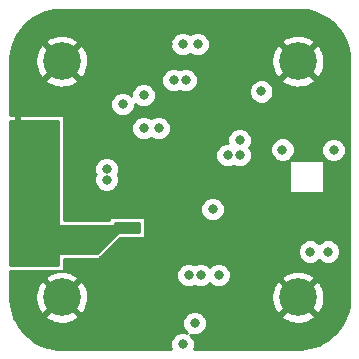
<source format=gbr>
%TF.GenerationSoftware,KiCad,Pcbnew,(5.99.0-2358-g6d8fb94d8)*%
%TF.CreationDate,2020-07-21T23:14:40+08:00*%
%TF.ProjectId,TheFC,54686546-432e-46b6-9963-61645f706362,1.0*%
%TF.SameCoordinates,Original*%
%TF.FileFunction,Copper,L3,Inr*%
%TF.FilePolarity,Positive*%
%FSLAX46Y46*%
G04 Gerber Fmt 4.6, Leading zero omitted, Abs format (unit mm)*
G04 Created by KiCad (PCBNEW (5.99.0-2358-g6d8fb94d8)) date 2020-07-21 23:14:40*
%MOMM*%
%LPD*%
G01*
G04 APERTURE LIST*
%TA.AperFunction,ComponentPad*%
%ADD10C,3.200000*%
%TD*%
%TA.AperFunction,ViaPad*%
%ADD11C,0.800000*%
%TD*%
%TA.AperFunction,Conductor*%
%ADD12C,0.500000*%
%TD*%
%TA.AperFunction,Conductor*%
%ADD13C,0.254000*%
%TD*%
G04 APERTURE END LIST*
D10*
%TO.N,GND*%
%TO.C,H4*%
X105000000Y-85000000D03*
%TD*%
%TO.N,GND*%
%TO.C,H3*%
X125000000Y-85000000D03*
%TD*%
%TO.N,GND*%
%TO.C,H2*%
X125000000Y-65000000D03*
%TD*%
%TO.N,GND*%
%TO.C,H1*%
X105000000Y-65000000D03*
%TD*%
D11*
%TO.N,GND*%
X117780000Y-76243250D03*
X117780000Y-75240000D03*
X120066000Y-83622000D03*
X120066000Y-82606000D03*
%TO.N,+3V3*%
X123698200Y-72496800D03*
%TO.N,GND*%
X123672800Y-77018000D03*
X121844000Y-69144000D03*
%TO.N,RESET*%
X121894800Y-67569200D03*
%TO.N,GND*%
X123693000Y-68433000D03*
X125471000Y-68433000D03*
%TO.N,+3V3*%
X128026890Y-72522200D03*
%TO.N,GND*%
X128052290Y-77018000D03*
X126995000Y-68433000D03*
X128519000Y-68433000D03*
%TO.N,+5V*%
X117780000Y-77526000D03*
%TO.N,+3V3*%
X119050000Y-72954000D03*
X120066000Y-72954000D03*
%TO.N,S1*%
X116764000Y-83114000D03*
%TO.N,S2*%
X115748000Y-83114000D03*
%TO.N,+5V*%
X111938000Y-67874000D03*
%TO.N,GND*%
X107874000Y-82098000D03*
%TO.N,S4*%
X110160000Y-68636000D03*
%TO.N,RX*%
X113208000Y-70668000D03*
%TO.N,TX*%
X111938000Y-70668000D03*
X114478000Y-66604000D03*
%TO.N,RX*%
X115494000Y-66604000D03*
%TO.N,BAT*%
X120066000Y-71684000D03*
%TO.N,PPM*%
X116510000Y-63556000D03*
%TO.N,GND*%
X113970000Y-63556000D03*
%TO.N,+5V*%
X115240000Y-63556000D03*
%TO.N,S3/MOSI*%
X116256000Y-87178000D03*
%TO.N,GND*%
X112446000Y-79050000D03*
%TO.N,+3V3*%
X127558290Y-81133000D03*
X126034290Y-81133000D03*
%TO.N,GND*%
X112700000Y-83114000D03*
X119558000Y-67620000D03*
%TO.N,RESET*%
X115240000Y-88956000D03*
%TO.N,+5V*%
X118288000Y-83114000D03*
%TO.N,GND*%
X118542000Y-65334000D03*
X111176000Y-83114000D03*
%TO.N,+5V*%
X108814500Y-74131500D03*
%TO.N,GND*%
X124510290Y-81164500D03*
%TO.N,+5V*%
X108814500Y-75046500D03*
%TO.N,GND*%
X107391500Y-74030500D03*
X107391500Y-75046500D03*
X112642625Y-77137250D03*
X112642625Y-75613250D03*
X121590000Y-74224000D03*
X101347990Y-70655250D03*
X101347990Y-81831250D03*
X121508625Y-81577250D03*
%TD*%
D12*
%TO.N,GND*%
X101347990Y-70655250D02*
X101347990Y-68967990D01*
%TD*%
%TO.N,GND*%
D13*
X124950584Y-60636838D02*
X124959863Y-60638001D01*
X124970987Y-60638565D01*
X124971369Y-60638583D01*
X125387589Y-60657119D01*
X125772119Y-60708768D01*
X126150516Y-60794391D01*
X126519830Y-60913319D01*
X126877084Y-61064598D01*
X127219492Y-61247043D01*
X127544328Y-61459203D01*
X127849013Y-61699399D01*
X128131131Y-61965719D01*
X128388471Y-62256077D01*
X128618968Y-62568146D01*
X128820821Y-62899485D01*
X128992416Y-63247445D01*
X129132408Y-63609303D01*
X129239671Y-63982137D01*
X129313369Y-64363060D01*
X129353425Y-64754014D01*
X129361170Y-65022887D01*
X129362065Y-65031807D01*
X129366000Y-65054588D01*
X129366001Y-84936507D01*
X129363163Y-84950582D01*
X129361999Y-84959862D01*
X129361435Y-84970986D01*
X129361417Y-84971368D01*
X129342881Y-85387589D01*
X129291232Y-85772118D01*
X129205609Y-86150516D01*
X129086681Y-86519830D01*
X128935402Y-86877084D01*
X128752957Y-87219492D01*
X128540797Y-87544328D01*
X128300610Y-87849002D01*
X128034280Y-88131132D01*
X127743923Y-88388471D01*
X127431854Y-88618968D01*
X127100515Y-88820821D01*
X126752555Y-88992416D01*
X126390707Y-89132405D01*
X126017849Y-89239673D01*
X125636940Y-89313369D01*
X125245986Y-89353425D01*
X124977113Y-89361170D01*
X124968193Y-89362065D01*
X124945412Y-89366000D01*
X116199556Y-89366000D01*
X116201233Y-89363095D01*
X116207554Y-89347835D01*
X116273844Y-89100438D01*
X116276000Y-89084062D01*
X116276000Y-88827938D01*
X116273844Y-88811562D01*
X116207554Y-88564165D01*
X116201233Y-88548905D01*
X116073171Y-88327095D01*
X116063116Y-88313991D01*
X115905848Y-88156723D01*
X116111562Y-88211844D01*
X116127938Y-88214000D01*
X116384062Y-88214000D01*
X116400438Y-88211844D01*
X116647835Y-88145554D01*
X116663095Y-88139233D01*
X116884905Y-88011171D01*
X116898009Y-88001116D01*
X117079116Y-87820009D01*
X117089171Y-87806905D01*
X117217233Y-87585095D01*
X117223554Y-87569835D01*
X117289844Y-87322438D01*
X117292000Y-87306062D01*
X117292000Y-87049938D01*
X117289844Y-87033562D01*
X117223554Y-86786165D01*
X117217233Y-86770905D01*
X117125674Y-86612320D01*
X123568699Y-86612320D01*
X123577814Y-86728135D01*
X123806604Y-86894363D01*
X123813873Y-86898922D01*
X124074740Y-87038798D01*
X124082560Y-87042329D01*
X124359998Y-87145507D01*
X124368224Y-87147944D01*
X124657098Y-87212514D01*
X124665579Y-87213812D01*
X124960543Y-87238581D01*
X124969122Y-87238716D01*
X125264718Y-87223225D01*
X125273236Y-87222194D01*
X125563996Y-87166728D01*
X125572295Y-87164551D01*
X125852836Y-87070138D01*
X125860762Y-87066855D01*
X126125896Y-86935242D01*
X126133303Y-86930913D01*
X126423477Y-86733712D01*
X126434637Y-86615656D01*
X125052191Y-85233210D01*
X124947809Y-85233210D01*
X123568699Y-86612320D01*
X117125674Y-86612320D01*
X117089171Y-86549095D01*
X117079116Y-86535991D01*
X116898009Y-86354884D01*
X116884905Y-86344829D01*
X116663095Y-86216767D01*
X116647835Y-86210446D01*
X116400438Y-86144156D01*
X116384062Y-86142000D01*
X116127938Y-86142000D01*
X116111562Y-86144156D01*
X115864165Y-86210446D01*
X115848905Y-86216767D01*
X115627095Y-86344829D01*
X115613991Y-86354884D01*
X115432884Y-86535991D01*
X115422829Y-86549095D01*
X115294767Y-86770905D01*
X115288446Y-86786165D01*
X115222156Y-87033562D01*
X115220000Y-87049938D01*
X115220000Y-87306062D01*
X115222156Y-87322438D01*
X115288446Y-87569835D01*
X115294767Y-87585095D01*
X115422829Y-87806905D01*
X115432884Y-87820009D01*
X115590152Y-87977277D01*
X115384438Y-87922156D01*
X115368062Y-87920000D01*
X115111938Y-87920000D01*
X115095562Y-87922156D01*
X114848165Y-87988446D01*
X114832905Y-87994767D01*
X114611095Y-88122829D01*
X114597991Y-88132884D01*
X114416884Y-88313991D01*
X114406829Y-88327095D01*
X114278767Y-88548905D01*
X114272446Y-88564165D01*
X114206156Y-88811562D01*
X114204000Y-88827938D01*
X114204000Y-89084062D01*
X114206156Y-89100438D01*
X114272446Y-89347835D01*
X114278767Y-89363095D01*
X114280444Y-89366000D01*
X105063490Y-89366000D01*
X105049417Y-89363162D01*
X105040138Y-89361999D01*
X105029014Y-89361435D01*
X105028632Y-89361417D01*
X104612411Y-89342881D01*
X104227882Y-89291232D01*
X103849484Y-89205609D01*
X103480170Y-89086681D01*
X103122916Y-88935402D01*
X102780508Y-88752957D01*
X102455672Y-88540797D01*
X102150998Y-88300610D01*
X101868868Y-88034280D01*
X101611529Y-87743923D01*
X101381032Y-87431854D01*
X101179179Y-87100515D01*
X101007584Y-86752555D01*
X100953331Y-86612320D01*
X103568699Y-86612320D01*
X103577814Y-86728135D01*
X103806604Y-86894363D01*
X103813873Y-86898922D01*
X104074740Y-87038798D01*
X104082560Y-87042329D01*
X104359998Y-87145507D01*
X104368224Y-87147944D01*
X104657098Y-87212514D01*
X104665579Y-87213812D01*
X104960543Y-87238581D01*
X104969122Y-87238716D01*
X105264718Y-87223225D01*
X105273236Y-87222194D01*
X105563996Y-87166728D01*
X105572295Y-87164551D01*
X105852836Y-87070138D01*
X105860762Y-87066855D01*
X106125896Y-86935242D01*
X106133303Y-86930913D01*
X106423477Y-86733712D01*
X106434637Y-86615656D01*
X105052191Y-85233210D01*
X104947809Y-85233210D01*
X103568699Y-86612320D01*
X100953331Y-86612320D01*
X100867595Y-86390707D01*
X100760327Y-86017849D01*
X100686631Y-85636940D01*
X100646575Y-85245986D01*
X100643079Y-85124598D01*
X102764541Y-85124598D01*
X102765035Y-85133164D01*
X102802133Y-85426832D01*
X102803785Y-85435252D01*
X102880397Y-85721168D01*
X102883176Y-85729285D01*
X102997881Y-86002159D01*
X103001736Y-86009824D01*
X103152413Y-86264606D01*
X103157273Y-86271677D01*
X103276974Y-86422701D01*
X103389776Y-86429205D01*
X104766790Y-85052191D01*
X104766790Y-84947809D01*
X105233210Y-84947809D01*
X105233210Y-85052191D01*
X106610388Y-86429369D01*
X106720911Y-86424736D01*
X106801873Y-86328930D01*
X106806953Y-86322015D01*
X106965559Y-86072093D01*
X106969653Y-86064553D01*
X107092873Y-85795417D01*
X107095905Y-85787391D01*
X107181459Y-85504022D01*
X107183375Y-85495659D01*
X107229731Y-85202974D01*
X107230505Y-85193766D01*
X107231229Y-85124598D01*
X122764541Y-85124598D01*
X122765035Y-85133164D01*
X122802133Y-85426832D01*
X122803785Y-85435252D01*
X122880397Y-85721168D01*
X122883176Y-85729285D01*
X122997881Y-86002159D01*
X123001736Y-86009824D01*
X123152413Y-86264606D01*
X123157273Y-86271677D01*
X123276974Y-86422701D01*
X123389776Y-86429205D01*
X124766790Y-85052191D01*
X124766790Y-84947809D01*
X125233210Y-84947809D01*
X125233210Y-85052191D01*
X126610388Y-86429369D01*
X126720911Y-86424736D01*
X126801873Y-86328930D01*
X126806953Y-86322015D01*
X126965559Y-86072093D01*
X126969653Y-86064553D01*
X127092873Y-85795417D01*
X127095905Y-85787391D01*
X127181459Y-85504022D01*
X127183375Y-85495659D01*
X127229731Y-85202974D01*
X127230505Y-85193766D01*
X127234073Y-84852988D01*
X127233493Y-84843766D01*
X127193276Y-84550176D01*
X127191536Y-84541774D01*
X127111936Y-84256675D01*
X127109072Y-84248588D01*
X126991515Y-83976930D01*
X126987580Y-83969306D01*
X126834243Y-83716116D01*
X126829309Y-83709096D01*
X126722158Y-83576777D01*
X126610114Y-83570905D01*
X125233210Y-84947809D01*
X124766790Y-84947809D01*
X123389831Y-83570850D01*
X123278547Y-83576098D01*
X123184309Y-83690011D01*
X123179302Y-83696979D01*
X123023323Y-83948549D01*
X123019308Y-83956131D01*
X122898912Y-84226543D01*
X122895964Y-84234601D01*
X122813382Y-84518850D01*
X122811554Y-84527233D01*
X122768313Y-84820059D01*
X122767640Y-84828613D01*
X122764541Y-85124598D01*
X107231229Y-85124598D01*
X107234073Y-84852988D01*
X107233493Y-84843766D01*
X107193276Y-84550176D01*
X107191536Y-84541774D01*
X107111936Y-84256675D01*
X107109072Y-84248588D01*
X106991515Y-83976930D01*
X106987580Y-83969306D01*
X106834243Y-83716116D01*
X106829309Y-83709096D01*
X106722158Y-83576777D01*
X106610114Y-83570905D01*
X105233210Y-84947809D01*
X104766790Y-84947809D01*
X103389831Y-83570850D01*
X103278547Y-83576098D01*
X103184309Y-83690011D01*
X103179302Y-83696979D01*
X103023323Y-83948549D01*
X103019308Y-83956131D01*
X102898912Y-84226543D01*
X102895964Y-84234601D01*
X102813382Y-84518850D01*
X102811554Y-84527233D01*
X102768313Y-84820059D01*
X102767640Y-84828613D01*
X102764541Y-85124598D01*
X100643079Y-85124598D01*
X100638830Y-84977113D01*
X100637935Y-84968193D01*
X100634000Y-84945412D01*
X100634000Y-83385626D01*
X103566645Y-83385626D01*
X104947809Y-84766790D01*
X105052191Y-84766790D01*
X106432243Y-83386738D01*
X106422455Y-83270174D01*
X106173493Y-83093244D01*
X106166177Y-83088761D01*
X105969494Y-82985938D01*
X114712000Y-82985938D01*
X114712000Y-83242062D01*
X114714156Y-83258438D01*
X114780446Y-83505835D01*
X114786767Y-83521095D01*
X114914829Y-83742905D01*
X114924884Y-83756009D01*
X115105991Y-83937116D01*
X115119095Y-83947171D01*
X115340905Y-84075233D01*
X115356165Y-84081554D01*
X115603562Y-84147844D01*
X115619938Y-84150000D01*
X115876062Y-84150000D01*
X115892438Y-84147844D01*
X116139835Y-84081554D01*
X116155095Y-84075233D01*
X116256000Y-84016975D01*
X116356905Y-84075233D01*
X116372165Y-84081554D01*
X116619562Y-84147844D01*
X116635938Y-84150000D01*
X116892062Y-84150000D01*
X116908438Y-84147844D01*
X117155835Y-84081554D01*
X117171095Y-84075233D01*
X117392905Y-83947171D01*
X117406009Y-83937116D01*
X117526000Y-83817125D01*
X117645991Y-83937116D01*
X117659095Y-83947171D01*
X117880905Y-84075233D01*
X117896165Y-84081554D01*
X118143562Y-84147844D01*
X118159938Y-84150000D01*
X118416062Y-84150000D01*
X118432438Y-84147844D01*
X118679835Y-84081554D01*
X118695095Y-84075233D01*
X118916905Y-83947171D01*
X118930009Y-83937116D01*
X119111116Y-83756009D01*
X119121171Y-83742905D01*
X119249233Y-83521095D01*
X119255554Y-83505835D01*
X119287763Y-83385626D01*
X123566645Y-83385626D01*
X124947809Y-84766790D01*
X125052191Y-84766790D01*
X126432243Y-83386738D01*
X126422455Y-83270174D01*
X126173493Y-83093244D01*
X126166177Y-83088761D01*
X125903859Y-82951625D01*
X125896003Y-82948176D01*
X125617500Y-82847909D01*
X125609248Y-82845558D01*
X125319715Y-82784016D01*
X125311220Y-82782807D01*
X125016013Y-82761128D01*
X125007433Y-82761083D01*
X124712015Y-82779669D01*
X124703508Y-82780789D01*
X124413346Y-82839297D01*
X124405070Y-82841561D01*
X124125533Y-82938905D01*
X124117641Y-82942272D01*
X123853901Y-83076654D01*
X123846539Y-83081060D01*
X123577115Y-83268315D01*
X123566645Y-83385626D01*
X119287763Y-83385626D01*
X119321844Y-83258438D01*
X119324000Y-83242062D01*
X119324000Y-82985938D01*
X119321844Y-82969562D01*
X119255554Y-82722165D01*
X119249233Y-82706905D01*
X119121171Y-82485095D01*
X119111116Y-82471991D01*
X118930009Y-82290884D01*
X118916905Y-82280829D01*
X118695095Y-82152767D01*
X118679835Y-82146446D01*
X118432438Y-82080156D01*
X118416062Y-82078000D01*
X118159938Y-82078000D01*
X118143562Y-82080156D01*
X117896165Y-82146446D01*
X117880905Y-82152767D01*
X117659095Y-82280829D01*
X117645991Y-82290884D01*
X117526000Y-82410875D01*
X117406009Y-82290884D01*
X117392905Y-82280829D01*
X117171095Y-82152767D01*
X117155835Y-82146446D01*
X116908438Y-82080156D01*
X116892062Y-82078000D01*
X116635938Y-82078000D01*
X116619562Y-82080156D01*
X116372165Y-82146446D01*
X116356905Y-82152767D01*
X116256000Y-82211025D01*
X116155095Y-82152767D01*
X116139835Y-82146446D01*
X115892438Y-82080156D01*
X115876062Y-82078000D01*
X115619938Y-82078000D01*
X115603562Y-82080156D01*
X115356165Y-82146446D01*
X115340905Y-82152767D01*
X115119095Y-82280829D01*
X115105991Y-82290884D01*
X114924884Y-82471991D01*
X114914829Y-82485095D01*
X114786767Y-82706905D01*
X114780446Y-82722165D01*
X114714156Y-82969562D01*
X114712000Y-82985938D01*
X105969494Y-82985938D01*
X105903859Y-82951625D01*
X105896003Y-82948176D01*
X105617500Y-82847909D01*
X105609248Y-82845558D01*
X105319715Y-82784016D01*
X105311220Y-82782807D01*
X105016013Y-82761128D01*
X105007433Y-82761083D01*
X104712015Y-82779669D01*
X104703508Y-82780789D01*
X104413346Y-82839297D01*
X104405070Y-82841561D01*
X104125533Y-82938905D01*
X104117641Y-82942272D01*
X103853901Y-83076654D01*
X103846539Y-83081060D01*
X103577115Y-83268315D01*
X103566645Y-83385626D01*
X100634000Y-83385626D01*
X100634000Y-82732000D01*
X105132191Y-82732000D01*
X105206000Y-82658191D01*
X105206000Y-81716000D01*
X108153063Y-81716000D01*
X108199373Y-81696818D01*
X108891252Y-81004938D01*
X124998290Y-81004938D01*
X124998290Y-81261062D01*
X125000446Y-81277438D01*
X125066736Y-81524835D01*
X125073057Y-81540095D01*
X125201119Y-81761905D01*
X125211174Y-81775009D01*
X125392281Y-81956116D01*
X125405385Y-81966171D01*
X125627195Y-82094233D01*
X125642455Y-82100554D01*
X125889852Y-82166844D01*
X125906228Y-82169000D01*
X126162352Y-82169000D01*
X126178728Y-82166844D01*
X126426125Y-82100554D01*
X126441385Y-82094233D01*
X126663195Y-81966171D01*
X126676299Y-81956116D01*
X126796290Y-81836125D01*
X126916281Y-81956116D01*
X126929385Y-81966171D01*
X127151195Y-82094233D01*
X127166455Y-82100554D01*
X127413852Y-82166844D01*
X127430228Y-82169000D01*
X127686352Y-82169000D01*
X127702728Y-82166844D01*
X127950125Y-82100554D01*
X127965385Y-82094233D01*
X128187195Y-81966171D01*
X128200299Y-81956116D01*
X128381406Y-81775009D01*
X128391461Y-81761905D01*
X128519523Y-81540095D01*
X128525844Y-81524835D01*
X128592134Y-81277438D01*
X128594290Y-81261062D01*
X128594290Y-81004938D01*
X128592134Y-80988562D01*
X128525844Y-80741165D01*
X128519523Y-80725905D01*
X128391461Y-80504095D01*
X128381406Y-80490991D01*
X128200299Y-80309884D01*
X128187195Y-80299829D01*
X127965385Y-80171767D01*
X127950125Y-80165446D01*
X127702728Y-80099156D01*
X127686352Y-80097000D01*
X127430228Y-80097000D01*
X127413852Y-80099156D01*
X127166455Y-80165446D01*
X127151195Y-80171767D01*
X126929385Y-80299829D01*
X126916281Y-80309884D01*
X126796290Y-80429875D01*
X126676299Y-80309884D01*
X126663195Y-80299829D01*
X126441385Y-80171767D01*
X126426125Y-80165446D01*
X126178728Y-80099156D01*
X126162352Y-80097000D01*
X125906228Y-80097000D01*
X125889852Y-80099156D01*
X125642455Y-80165446D01*
X125627195Y-80171767D01*
X125405385Y-80299829D01*
X125392281Y-80309884D01*
X125211174Y-80490991D01*
X125201119Y-80504095D01*
X125073057Y-80725905D01*
X125066736Y-80741165D01*
X125000446Y-80988562D01*
X124998290Y-81004938D01*
X108891252Y-81004938D01*
X109958190Y-79938000D01*
X111990191Y-79938000D01*
X112064000Y-79864191D01*
X112064000Y-78235809D01*
X111990191Y-78162000D01*
X109091809Y-78162000D01*
X109018000Y-78235809D01*
X109018000Y-78416000D01*
X105206000Y-78416000D01*
X105206000Y-77397938D01*
X116744000Y-77397938D01*
X116744000Y-77654062D01*
X116746156Y-77670438D01*
X116812446Y-77917835D01*
X116818767Y-77933095D01*
X116946829Y-78154905D01*
X116956884Y-78168009D01*
X117137991Y-78349116D01*
X117151095Y-78359171D01*
X117372905Y-78487233D01*
X117388165Y-78493554D01*
X117635562Y-78559844D01*
X117651938Y-78562000D01*
X117908062Y-78562000D01*
X117924438Y-78559844D01*
X118171835Y-78493554D01*
X118187095Y-78487233D01*
X118408905Y-78359171D01*
X118422009Y-78349116D01*
X118603116Y-78168009D01*
X118613171Y-78154905D01*
X118741233Y-77933095D01*
X118747554Y-77917835D01*
X118813844Y-77670438D01*
X118816000Y-77654062D01*
X118816000Y-77397938D01*
X118813844Y-77381562D01*
X118747554Y-77134165D01*
X118741233Y-77118905D01*
X118613171Y-76897095D01*
X118603116Y-76883991D01*
X118422009Y-76702884D01*
X118408905Y-76692829D01*
X118187095Y-76564767D01*
X118171835Y-76558446D01*
X117924438Y-76492156D01*
X117908062Y-76490000D01*
X117651938Y-76490000D01*
X117635562Y-76492156D01*
X117388165Y-76558446D01*
X117372905Y-76564767D01*
X117151095Y-76692829D01*
X117137991Y-76702884D01*
X116956884Y-76883991D01*
X116946829Y-76897095D01*
X116818767Y-77118905D01*
X116812446Y-77134165D01*
X116746156Y-77381562D01*
X116744000Y-77397938D01*
X105206000Y-77397938D01*
X105206000Y-76105191D01*
X124288888Y-76105191D01*
X124362697Y-76179000D01*
X127159479Y-76179000D01*
X127233288Y-76105191D01*
X127233290Y-73460809D01*
X127159481Y-73387000D01*
X124362699Y-73387000D01*
X124288890Y-73460809D01*
X124288888Y-76105191D01*
X105206000Y-76105191D01*
X105206000Y-74003438D01*
X107778500Y-74003438D01*
X107778500Y-74259562D01*
X107780656Y-74275938D01*
X107846946Y-74523335D01*
X107853267Y-74538595D01*
X107882368Y-74589000D01*
X107853267Y-74639405D01*
X107846946Y-74654665D01*
X107780656Y-74902062D01*
X107778500Y-74918438D01*
X107778500Y-75174562D01*
X107780656Y-75190938D01*
X107846946Y-75438335D01*
X107853267Y-75453595D01*
X107981329Y-75675405D01*
X107991384Y-75688509D01*
X108172491Y-75869616D01*
X108185595Y-75879671D01*
X108407405Y-76007733D01*
X108422665Y-76014054D01*
X108670062Y-76080344D01*
X108686438Y-76082500D01*
X108942562Y-76082500D01*
X108958938Y-76080344D01*
X109206335Y-76014054D01*
X109221595Y-76007733D01*
X109443405Y-75879671D01*
X109456509Y-75869616D01*
X109637616Y-75688509D01*
X109647671Y-75675405D01*
X109775733Y-75453595D01*
X109782054Y-75438335D01*
X109848344Y-75190938D01*
X109850500Y-75174562D01*
X109850500Y-74918438D01*
X109848344Y-74902062D01*
X109782054Y-74654665D01*
X109775733Y-74639405D01*
X109746632Y-74589000D01*
X109775733Y-74538595D01*
X109782054Y-74523335D01*
X109848344Y-74275938D01*
X109850500Y-74259562D01*
X109850500Y-74003438D01*
X109848344Y-73987062D01*
X109782054Y-73739665D01*
X109775733Y-73724405D01*
X109647671Y-73502595D01*
X109637616Y-73489491D01*
X109456509Y-73308384D01*
X109443405Y-73298329D01*
X109221595Y-73170267D01*
X109206335Y-73163946D01*
X108958938Y-73097656D01*
X108942562Y-73095500D01*
X108686438Y-73095500D01*
X108670062Y-73097656D01*
X108422665Y-73163946D01*
X108407405Y-73170267D01*
X108185595Y-73298329D01*
X108172491Y-73308384D01*
X107991384Y-73489491D01*
X107981329Y-73502595D01*
X107853267Y-73724405D01*
X107846946Y-73739665D01*
X107780656Y-73987062D01*
X107778500Y-74003438D01*
X105206000Y-74003438D01*
X105206000Y-72825938D01*
X118014000Y-72825938D01*
X118014000Y-73082062D01*
X118016156Y-73098438D01*
X118082446Y-73345835D01*
X118088767Y-73361095D01*
X118216829Y-73582905D01*
X118226884Y-73596009D01*
X118407991Y-73777116D01*
X118421095Y-73787171D01*
X118642905Y-73915233D01*
X118658165Y-73921554D01*
X118905562Y-73987844D01*
X118921938Y-73990000D01*
X119178062Y-73990000D01*
X119194438Y-73987844D01*
X119441835Y-73921554D01*
X119457095Y-73915233D01*
X119558000Y-73856975D01*
X119658905Y-73915233D01*
X119674165Y-73921554D01*
X119921562Y-73987844D01*
X119937938Y-73990000D01*
X120194062Y-73990000D01*
X120210438Y-73987844D01*
X120457835Y-73921554D01*
X120473095Y-73915233D01*
X120694905Y-73787171D01*
X120708009Y-73777116D01*
X120889116Y-73596009D01*
X120899171Y-73582905D01*
X121027233Y-73361095D01*
X121033554Y-73345835D01*
X121099844Y-73098438D01*
X121102000Y-73082062D01*
X121102000Y-72825938D01*
X121099844Y-72809562D01*
X121033554Y-72562165D01*
X121027233Y-72546905D01*
X120924369Y-72368738D01*
X122662200Y-72368738D01*
X122662200Y-72624862D01*
X122664356Y-72641238D01*
X122730646Y-72888635D01*
X122736967Y-72903895D01*
X122865029Y-73125705D01*
X122875084Y-73138809D01*
X123056191Y-73319916D01*
X123069295Y-73329971D01*
X123291105Y-73458033D01*
X123306365Y-73464354D01*
X123553762Y-73530644D01*
X123570138Y-73532800D01*
X123826262Y-73532800D01*
X123842638Y-73530644D01*
X124090035Y-73464354D01*
X124105295Y-73458033D01*
X124327105Y-73329971D01*
X124340209Y-73319916D01*
X124521316Y-73138809D01*
X124531371Y-73125705D01*
X124659433Y-72903895D01*
X124665754Y-72888635D01*
X124732044Y-72641238D01*
X124734200Y-72624862D01*
X124734200Y-72394138D01*
X126990890Y-72394138D01*
X126990890Y-72650262D01*
X126993046Y-72666638D01*
X127059336Y-72914035D01*
X127065657Y-72929295D01*
X127193719Y-73151105D01*
X127203774Y-73164209D01*
X127384881Y-73345316D01*
X127397985Y-73355371D01*
X127619795Y-73483433D01*
X127635055Y-73489754D01*
X127882452Y-73556044D01*
X127898828Y-73558200D01*
X128154952Y-73558200D01*
X128171328Y-73556044D01*
X128418725Y-73489754D01*
X128433985Y-73483433D01*
X128655795Y-73355371D01*
X128668899Y-73345316D01*
X128850006Y-73164209D01*
X128860061Y-73151105D01*
X128988123Y-72929295D01*
X128994444Y-72914035D01*
X129060734Y-72666638D01*
X129062890Y-72650262D01*
X129062890Y-72394138D01*
X129060734Y-72377762D01*
X128994444Y-72130365D01*
X128988123Y-72115105D01*
X128860061Y-71893295D01*
X128850006Y-71880191D01*
X128668899Y-71699084D01*
X128655795Y-71689029D01*
X128433985Y-71560967D01*
X128418725Y-71554646D01*
X128171328Y-71488356D01*
X128154952Y-71486200D01*
X127898828Y-71486200D01*
X127882452Y-71488356D01*
X127635055Y-71554646D01*
X127619795Y-71560967D01*
X127397985Y-71689029D01*
X127384881Y-71699084D01*
X127203774Y-71880191D01*
X127193719Y-71893295D01*
X127065657Y-72115105D01*
X127059336Y-72130365D01*
X126993046Y-72377762D01*
X126990890Y-72394138D01*
X124734200Y-72394138D01*
X124734200Y-72368738D01*
X124732044Y-72352362D01*
X124665754Y-72104965D01*
X124659433Y-72089705D01*
X124531371Y-71867895D01*
X124521316Y-71854791D01*
X124340209Y-71673684D01*
X124327105Y-71663629D01*
X124105295Y-71535567D01*
X124090035Y-71529246D01*
X123842638Y-71462956D01*
X123826262Y-71460800D01*
X123570138Y-71460800D01*
X123553762Y-71462956D01*
X123306365Y-71529246D01*
X123291105Y-71535567D01*
X123069295Y-71663629D01*
X123056191Y-71673684D01*
X122875084Y-71854791D01*
X122865029Y-71867895D01*
X122736967Y-72089705D01*
X122730646Y-72104965D01*
X122664356Y-72352362D01*
X122662200Y-72368738D01*
X120924369Y-72368738D01*
X120899171Y-72325095D01*
X120894494Y-72319000D01*
X120899171Y-72312905D01*
X121027233Y-72091095D01*
X121033554Y-72075835D01*
X121099844Y-71828438D01*
X121102000Y-71812062D01*
X121102000Y-71555938D01*
X121099844Y-71539562D01*
X121033554Y-71292165D01*
X121027233Y-71276905D01*
X120899171Y-71055095D01*
X120889116Y-71041991D01*
X120708009Y-70860884D01*
X120694905Y-70850829D01*
X120473095Y-70722767D01*
X120457835Y-70716446D01*
X120210438Y-70650156D01*
X120194062Y-70648000D01*
X119937938Y-70648000D01*
X119921562Y-70650156D01*
X119674165Y-70716446D01*
X119658905Y-70722767D01*
X119437095Y-70850829D01*
X119423991Y-70860884D01*
X119242884Y-71041991D01*
X119232829Y-71055095D01*
X119104767Y-71276905D01*
X119098446Y-71292165D01*
X119032156Y-71539562D01*
X119030000Y-71555938D01*
X119030000Y-71812062D01*
X119032156Y-71828438D01*
X119056154Y-71918000D01*
X118921938Y-71918000D01*
X118905562Y-71920156D01*
X118658165Y-71986446D01*
X118642905Y-71992767D01*
X118421095Y-72120829D01*
X118407991Y-72130884D01*
X118226884Y-72311991D01*
X118216829Y-72325095D01*
X118088767Y-72546905D01*
X118082446Y-72562165D01*
X118016156Y-72809562D01*
X118014000Y-72825938D01*
X105206000Y-72825938D01*
X105206000Y-70539938D01*
X110902000Y-70539938D01*
X110902000Y-70796062D01*
X110904156Y-70812438D01*
X110970446Y-71059835D01*
X110976767Y-71075095D01*
X111104829Y-71296905D01*
X111114884Y-71310009D01*
X111295991Y-71491116D01*
X111309095Y-71501171D01*
X111530905Y-71629233D01*
X111546165Y-71635554D01*
X111793562Y-71701844D01*
X111809938Y-71704000D01*
X112066062Y-71704000D01*
X112082438Y-71701844D01*
X112329835Y-71635554D01*
X112345095Y-71629233D01*
X112566905Y-71501171D01*
X112573000Y-71496494D01*
X112579095Y-71501171D01*
X112800905Y-71629233D01*
X112816165Y-71635554D01*
X113063562Y-71701844D01*
X113079938Y-71704000D01*
X113336062Y-71704000D01*
X113352438Y-71701844D01*
X113599835Y-71635554D01*
X113615095Y-71629233D01*
X113836905Y-71501171D01*
X113850009Y-71491116D01*
X114031116Y-71310009D01*
X114041171Y-71296905D01*
X114169233Y-71075095D01*
X114175554Y-71059835D01*
X114241844Y-70812438D01*
X114244000Y-70796062D01*
X114244000Y-70539938D01*
X114241844Y-70523562D01*
X114175554Y-70276165D01*
X114169233Y-70260905D01*
X114041171Y-70039095D01*
X114031116Y-70025991D01*
X113850009Y-69844884D01*
X113836905Y-69834829D01*
X113615095Y-69706767D01*
X113599835Y-69700446D01*
X113352438Y-69634156D01*
X113336062Y-69632000D01*
X113079938Y-69632000D01*
X113063562Y-69634156D01*
X112816165Y-69700446D01*
X112800905Y-69706767D01*
X112579095Y-69834829D01*
X112573000Y-69839506D01*
X112566905Y-69834829D01*
X112345095Y-69706767D01*
X112329835Y-69700446D01*
X112082438Y-69634156D01*
X112066062Y-69632000D01*
X111809938Y-69632000D01*
X111793562Y-69634156D01*
X111546165Y-69700446D01*
X111530905Y-69706767D01*
X111309095Y-69834829D01*
X111295991Y-69844884D01*
X111114884Y-70025991D01*
X111104829Y-70039095D01*
X110976767Y-70260905D01*
X110970446Y-70276165D01*
X110904156Y-70523562D01*
X110902000Y-70539938D01*
X105206000Y-70539938D01*
X105206000Y-69599809D01*
X105132191Y-69526000D01*
X100634000Y-69526000D01*
X100634000Y-68507938D01*
X109124000Y-68507938D01*
X109124000Y-68764062D01*
X109126156Y-68780438D01*
X109192446Y-69027835D01*
X109198767Y-69043095D01*
X109326829Y-69264905D01*
X109336884Y-69278009D01*
X109517991Y-69459116D01*
X109531095Y-69469171D01*
X109752905Y-69597233D01*
X109768165Y-69603554D01*
X110015562Y-69669844D01*
X110031938Y-69672000D01*
X110288062Y-69672000D01*
X110304438Y-69669844D01*
X110551835Y-69603554D01*
X110567095Y-69597233D01*
X110788905Y-69469171D01*
X110802009Y-69459116D01*
X110983116Y-69278009D01*
X110993171Y-69264905D01*
X111121233Y-69043095D01*
X111127554Y-69027835D01*
X111193844Y-68780438D01*
X111196000Y-68764062D01*
X111196000Y-68597125D01*
X111295991Y-68697116D01*
X111309095Y-68707171D01*
X111530905Y-68835233D01*
X111546165Y-68841554D01*
X111793562Y-68907844D01*
X111809938Y-68910000D01*
X112066062Y-68910000D01*
X112082438Y-68907844D01*
X112329835Y-68841554D01*
X112345095Y-68835233D01*
X112566905Y-68707171D01*
X112580009Y-68697116D01*
X112761116Y-68516009D01*
X112771171Y-68502905D01*
X112899233Y-68281095D01*
X112905554Y-68265835D01*
X112971844Y-68018438D01*
X112974000Y-68002062D01*
X112974000Y-67745938D01*
X112971844Y-67729562D01*
X112905554Y-67482165D01*
X112899233Y-67466905D01*
X112771171Y-67245095D01*
X112761116Y-67231991D01*
X112580009Y-67050884D01*
X112566905Y-67040829D01*
X112345095Y-66912767D01*
X112329835Y-66906446D01*
X112082438Y-66840156D01*
X112066062Y-66838000D01*
X111809938Y-66838000D01*
X111793562Y-66840156D01*
X111546165Y-66906446D01*
X111530905Y-66912767D01*
X111309095Y-67040829D01*
X111295991Y-67050884D01*
X111114884Y-67231991D01*
X111104829Y-67245095D01*
X110976767Y-67466905D01*
X110970446Y-67482165D01*
X110904156Y-67729562D01*
X110902000Y-67745938D01*
X110902000Y-67912875D01*
X110802009Y-67812884D01*
X110788905Y-67802829D01*
X110567095Y-67674767D01*
X110551835Y-67668446D01*
X110304438Y-67602156D01*
X110288062Y-67600000D01*
X110031938Y-67600000D01*
X110015562Y-67602156D01*
X109768165Y-67668446D01*
X109752905Y-67674767D01*
X109531095Y-67802829D01*
X109517991Y-67812884D01*
X109336884Y-67993991D01*
X109326829Y-68007095D01*
X109198767Y-68228905D01*
X109192446Y-68244165D01*
X109126156Y-68491562D01*
X109124000Y-68507938D01*
X100634000Y-68507938D01*
X100634000Y-66612320D01*
X103568699Y-66612320D01*
X103577814Y-66728135D01*
X103806604Y-66894363D01*
X103813873Y-66898922D01*
X104074740Y-67038798D01*
X104082560Y-67042329D01*
X104359998Y-67145507D01*
X104368224Y-67147944D01*
X104657098Y-67212514D01*
X104665579Y-67213812D01*
X104960543Y-67238581D01*
X104969122Y-67238716D01*
X105264718Y-67223225D01*
X105273236Y-67222194D01*
X105563996Y-67166728D01*
X105572295Y-67164551D01*
X105852836Y-67070138D01*
X105860762Y-67066855D01*
X106125896Y-66935242D01*
X106133303Y-66930913D01*
X106423477Y-66733712D01*
X106434637Y-66615656D01*
X106294919Y-66475938D01*
X113442000Y-66475938D01*
X113442000Y-66732062D01*
X113444156Y-66748438D01*
X113510446Y-66995835D01*
X113516767Y-67011095D01*
X113644829Y-67232905D01*
X113654884Y-67246009D01*
X113835991Y-67427116D01*
X113849095Y-67437171D01*
X114070905Y-67565233D01*
X114086165Y-67571554D01*
X114333562Y-67637844D01*
X114349938Y-67640000D01*
X114606062Y-67640000D01*
X114622438Y-67637844D01*
X114869835Y-67571554D01*
X114885095Y-67565233D01*
X114986000Y-67506975D01*
X115086905Y-67565233D01*
X115102165Y-67571554D01*
X115349562Y-67637844D01*
X115365938Y-67640000D01*
X115622062Y-67640000D01*
X115638438Y-67637844D01*
X115885835Y-67571554D01*
X115901095Y-67565233D01*
X116116033Y-67441138D01*
X120858800Y-67441138D01*
X120858800Y-67697262D01*
X120860956Y-67713638D01*
X120927246Y-67961035D01*
X120933567Y-67976295D01*
X121061629Y-68198105D01*
X121071684Y-68211209D01*
X121252791Y-68392316D01*
X121265895Y-68402371D01*
X121487705Y-68530433D01*
X121502965Y-68536754D01*
X121750362Y-68603044D01*
X121766738Y-68605200D01*
X122022862Y-68605200D01*
X122039238Y-68603044D01*
X122286635Y-68536754D01*
X122301895Y-68530433D01*
X122523705Y-68402371D01*
X122536809Y-68392316D01*
X122717916Y-68211209D01*
X122727971Y-68198105D01*
X122856033Y-67976295D01*
X122862354Y-67961035D01*
X122928644Y-67713638D01*
X122930800Y-67697262D01*
X122930800Y-67441138D01*
X122928644Y-67424762D01*
X122862354Y-67177365D01*
X122856033Y-67162105D01*
X122727971Y-66940295D01*
X122717916Y-66927191D01*
X122536809Y-66746084D01*
X122523705Y-66736029D01*
X122309435Y-66612320D01*
X123568699Y-66612320D01*
X123577814Y-66728135D01*
X123806604Y-66894363D01*
X123813873Y-66898922D01*
X124074740Y-67038798D01*
X124082560Y-67042329D01*
X124359998Y-67145507D01*
X124368224Y-67147944D01*
X124657098Y-67212514D01*
X124665579Y-67213812D01*
X124960543Y-67238581D01*
X124969122Y-67238716D01*
X125264718Y-67223225D01*
X125273236Y-67222194D01*
X125563996Y-67166728D01*
X125572295Y-67164551D01*
X125852836Y-67070138D01*
X125860762Y-67066855D01*
X126125896Y-66935242D01*
X126133303Y-66930913D01*
X126423477Y-66733712D01*
X126434637Y-66615656D01*
X125052191Y-65233210D01*
X124947809Y-65233210D01*
X123568699Y-66612320D01*
X122309435Y-66612320D01*
X122301895Y-66607967D01*
X122286635Y-66601646D01*
X122039238Y-66535356D01*
X122022862Y-66533200D01*
X121766738Y-66533200D01*
X121750362Y-66535356D01*
X121502965Y-66601646D01*
X121487705Y-66607967D01*
X121265895Y-66736029D01*
X121252791Y-66746084D01*
X121071684Y-66927191D01*
X121061629Y-66940295D01*
X120933567Y-67162105D01*
X120927246Y-67177365D01*
X120860956Y-67424762D01*
X120858800Y-67441138D01*
X116116033Y-67441138D01*
X116122905Y-67437171D01*
X116136009Y-67427116D01*
X116317116Y-67246009D01*
X116327171Y-67232905D01*
X116455233Y-67011095D01*
X116461554Y-66995835D01*
X116527844Y-66748438D01*
X116530000Y-66732062D01*
X116530000Y-66475938D01*
X116527844Y-66459562D01*
X116461554Y-66212165D01*
X116455233Y-66196905D01*
X116327171Y-65975095D01*
X116317116Y-65961991D01*
X116136009Y-65780884D01*
X116122905Y-65770829D01*
X115901095Y-65642767D01*
X115885835Y-65636446D01*
X115638438Y-65570156D01*
X115622062Y-65568000D01*
X115365938Y-65568000D01*
X115349562Y-65570156D01*
X115102165Y-65636446D01*
X115086905Y-65642767D01*
X114986000Y-65701025D01*
X114885095Y-65642767D01*
X114869835Y-65636446D01*
X114622438Y-65570156D01*
X114606062Y-65568000D01*
X114349938Y-65568000D01*
X114333562Y-65570156D01*
X114086165Y-65636446D01*
X114070905Y-65642767D01*
X113849095Y-65770829D01*
X113835991Y-65780884D01*
X113654884Y-65961991D01*
X113644829Y-65975095D01*
X113516767Y-66196905D01*
X113510446Y-66212165D01*
X113444156Y-66459562D01*
X113442000Y-66475938D01*
X106294919Y-66475938D01*
X105052191Y-65233210D01*
X104947809Y-65233210D01*
X103568699Y-66612320D01*
X100634000Y-66612320D01*
X100634000Y-65124598D01*
X102764541Y-65124598D01*
X102765035Y-65133164D01*
X102802133Y-65426832D01*
X102803785Y-65435252D01*
X102880397Y-65721168D01*
X102883176Y-65729285D01*
X102997881Y-66002159D01*
X103001736Y-66009824D01*
X103152413Y-66264606D01*
X103157273Y-66271677D01*
X103276974Y-66422701D01*
X103389776Y-66429205D01*
X104766790Y-65052191D01*
X104766790Y-64947809D01*
X105233210Y-64947809D01*
X105233210Y-65052191D01*
X106610388Y-66429369D01*
X106720911Y-66424736D01*
X106801873Y-66328930D01*
X106806953Y-66322015D01*
X106965559Y-66072093D01*
X106969653Y-66064553D01*
X107092873Y-65795417D01*
X107095905Y-65787391D01*
X107181459Y-65504022D01*
X107183375Y-65495659D01*
X107229731Y-65202974D01*
X107230505Y-65193766D01*
X107231229Y-65124598D01*
X122764541Y-65124598D01*
X122765035Y-65133164D01*
X122802133Y-65426832D01*
X122803785Y-65435252D01*
X122880397Y-65721168D01*
X122883176Y-65729285D01*
X122997881Y-66002159D01*
X123001736Y-66009824D01*
X123152413Y-66264606D01*
X123157273Y-66271677D01*
X123276974Y-66422701D01*
X123389776Y-66429205D01*
X124766790Y-65052191D01*
X124766790Y-64947809D01*
X125233210Y-64947809D01*
X125233210Y-65052191D01*
X126610388Y-66429369D01*
X126720911Y-66424736D01*
X126801873Y-66328930D01*
X126806953Y-66322015D01*
X126965559Y-66072093D01*
X126969653Y-66064553D01*
X127092873Y-65795417D01*
X127095905Y-65787391D01*
X127181459Y-65504022D01*
X127183375Y-65495659D01*
X127229731Y-65202974D01*
X127230505Y-65193766D01*
X127234073Y-64852988D01*
X127233493Y-64843766D01*
X127193276Y-64550176D01*
X127191536Y-64541774D01*
X127111936Y-64256675D01*
X127109072Y-64248588D01*
X126991515Y-63976930D01*
X126987580Y-63969306D01*
X126834243Y-63716116D01*
X126829309Y-63709096D01*
X126722158Y-63576777D01*
X126610114Y-63570905D01*
X125233210Y-64947809D01*
X124766790Y-64947809D01*
X123389831Y-63570850D01*
X123278547Y-63576098D01*
X123184309Y-63690011D01*
X123179302Y-63696979D01*
X123023323Y-63948549D01*
X123019308Y-63956131D01*
X122898912Y-64226543D01*
X122895964Y-64234601D01*
X122813382Y-64518850D01*
X122811554Y-64527233D01*
X122768313Y-64820059D01*
X122767640Y-64828613D01*
X122764541Y-65124598D01*
X107231229Y-65124598D01*
X107234073Y-64852988D01*
X107233493Y-64843766D01*
X107193276Y-64550176D01*
X107191536Y-64541774D01*
X107111936Y-64256675D01*
X107109072Y-64248588D01*
X106991515Y-63976930D01*
X106987580Y-63969306D01*
X106834243Y-63716116D01*
X106829309Y-63709096D01*
X106722158Y-63576777D01*
X106610114Y-63570905D01*
X105233210Y-64947809D01*
X104766790Y-64947809D01*
X103389831Y-63570850D01*
X103278547Y-63576098D01*
X103184309Y-63690011D01*
X103179302Y-63696979D01*
X103023323Y-63948549D01*
X103019308Y-63956131D01*
X102898912Y-64226543D01*
X102895964Y-64234601D01*
X102813382Y-64518850D01*
X102811554Y-64527233D01*
X102768313Y-64820059D01*
X102767640Y-64828613D01*
X102764541Y-65124598D01*
X100634000Y-65124598D01*
X100634000Y-65063489D01*
X100636838Y-65049416D01*
X100638001Y-65040137D01*
X100638565Y-65029013D01*
X100638583Y-65028631D01*
X100657119Y-64612411D01*
X100708768Y-64227881D01*
X100794391Y-63849484D01*
X100913319Y-63480170D01*
X100953353Y-63385626D01*
X103566645Y-63385626D01*
X104947809Y-64766790D01*
X105052191Y-64766790D01*
X106391043Y-63427938D01*
X114204000Y-63427938D01*
X114204000Y-63684062D01*
X114206156Y-63700438D01*
X114272446Y-63947835D01*
X114278767Y-63963095D01*
X114406829Y-64184905D01*
X114416884Y-64198009D01*
X114597991Y-64379116D01*
X114611095Y-64389171D01*
X114832905Y-64517233D01*
X114848165Y-64523554D01*
X115095562Y-64589844D01*
X115111938Y-64592000D01*
X115368062Y-64592000D01*
X115384438Y-64589844D01*
X115631835Y-64523554D01*
X115647095Y-64517233D01*
X115868905Y-64389171D01*
X115875000Y-64384494D01*
X115881095Y-64389171D01*
X116102905Y-64517233D01*
X116118165Y-64523554D01*
X116365562Y-64589844D01*
X116381938Y-64592000D01*
X116638062Y-64592000D01*
X116654438Y-64589844D01*
X116901835Y-64523554D01*
X116917095Y-64517233D01*
X117138905Y-64389171D01*
X117152009Y-64379116D01*
X117333116Y-64198009D01*
X117343171Y-64184905D01*
X117471233Y-63963095D01*
X117477554Y-63947835D01*
X117543844Y-63700438D01*
X117546000Y-63684062D01*
X117546000Y-63427938D01*
X117543844Y-63411562D01*
X117536895Y-63385626D01*
X123566645Y-63385626D01*
X124947809Y-64766790D01*
X125052191Y-64766790D01*
X126432243Y-63386738D01*
X126422455Y-63270174D01*
X126173493Y-63093244D01*
X126166177Y-63088761D01*
X125903859Y-62951625D01*
X125896003Y-62948176D01*
X125617500Y-62847909D01*
X125609248Y-62845558D01*
X125319715Y-62784016D01*
X125311220Y-62782807D01*
X125016013Y-62761128D01*
X125007433Y-62761083D01*
X124712015Y-62779669D01*
X124703508Y-62780789D01*
X124413346Y-62839297D01*
X124405070Y-62841561D01*
X124125533Y-62938905D01*
X124117641Y-62942272D01*
X123853901Y-63076654D01*
X123846539Y-63081060D01*
X123577115Y-63268315D01*
X123566645Y-63385626D01*
X117536895Y-63385626D01*
X117477554Y-63164165D01*
X117471233Y-63148905D01*
X117343171Y-62927095D01*
X117333116Y-62913991D01*
X117152009Y-62732884D01*
X117138905Y-62722829D01*
X116917095Y-62594767D01*
X116901835Y-62588446D01*
X116654438Y-62522156D01*
X116638062Y-62520000D01*
X116381938Y-62520000D01*
X116365562Y-62522156D01*
X116118165Y-62588446D01*
X116102905Y-62594767D01*
X115881095Y-62722829D01*
X115875000Y-62727506D01*
X115868905Y-62722829D01*
X115647095Y-62594767D01*
X115631835Y-62588446D01*
X115384438Y-62522156D01*
X115368062Y-62520000D01*
X115111938Y-62520000D01*
X115095562Y-62522156D01*
X114848165Y-62588446D01*
X114832905Y-62594767D01*
X114611095Y-62722829D01*
X114597991Y-62732884D01*
X114416884Y-62913991D01*
X114406829Y-62927095D01*
X114278767Y-63148905D01*
X114272446Y-63164165D01*
X114206156Y-63411562D01*
X114204000Y-63427938D01*
X106391043Y-63427938D01*
X106432243Y-63386738D01*
X106422455Y-63270174D01*
X106173493Y-63093244D01*
X106166177Y-63088761D01*
X105903859Y-62951625D01*
X105896003Y-62948176D01*
X105617500Y-62847909D01*
X105609248Y-62845558D01*
X105319715Y-62784016D01*
X105311220Y-62782807D01*
X105016013Y-62761128D01*
X105007433Y-62761083D01*
X104712015Y-62779669D01*
X104703508Y-62780789D01*
X104413346Y-62839297D01*
X104405070Y-62841561D01*
X104125533Y-62938905D01*
X104117641Y-62942272D01*
X103853901Y-63076654D01*
X103846539Y-63081060D01*
X103577115Y-63268315D01*
X103566645Y-63385626D01*
X100953353Y-63385626D01*
X101064598Y-63122916D01*
X101247043Y-62780508D01*
X101459203Y-62455672D01*
X101699399Y-62150987D01*
X101965719Y-61868869D01*
X102256077Y-61611529D01*
X102568146Y-61381032D01*
X102899485Y-61179179D01*
X103247445Y-61007584D01*
X103609303Y-60867592D01*
X103982137Y-60760329D01*
X104363060Y-60686631D01*
X104754014Y-60646575D01*
X105022887Y-60638830D01*
X105031807Y-60637935D01*
X105054588Y-60634000D01*
X124936511Y-60634000D01*
X124950584Y-60636838D01*
%TA.AperFunction,Conductor*%
G36*
X124950584Y-60636838D02*
G01*
X124959863Y-60638001D01*
X124970987Y-60638565D01*
X124971369Y-60638583D01*
X125387589Y-60657119D01*
X125772119Y-60708768D01*
X126150516Y-60794391D01*
X126519830Y-60913319D01*
X126877084Y-61064598D01*
X127219492Y-61247043D01*
X127544328Y-61459203D01*
X127849013Y-61699399D01*
X128131131Y-61965719D01*
X128388471Y-62256077D01*
X128618968Y-62568146D01*
X128820821Y-62899485D01*
X128992416Y-63247445D01*
X129132408Y-63609303D01*
X129239671Y-63982137D01*
X129313369Y-64363060D01*
X129353425Y-64754014D01*
X129361170Y-65022887D01*
X129362065Y-65031807D01*
X129366000Y-65054588D01*
X129366001Y-84936507D01*
X129363163Y-84950582D01*
X129361999Y-84959862D01*
X129361435Y-84970986D01*
X129361417Y-84971368D01*
X129342881Y-85387589D01*
X129291232Y-85772118D01*
X129205609Y-86150516D01*
X129086681Y-86519830D01*
X128935402Y-86877084D01*
X128752957Y-87219492D01*
X128540797Y-87544328D01*
X128300610Y-87849002D01*
X128034280Y-88131132D01*
X127743923Y-88388471D01*
X127431854Y-88618968D01*
X127100515Y-88820821D01*
X126752555Y-88992416D01*
X126390707Y-89132405D01*
X126017849Y-89239673D01*
X125636940Y-89313369D01*
X125245986Y-89353425D01*
X124977113Y-89361170D01*
X124968193Y-89362065D01*
X124945412Y-89366000D01*
X116199556Y-89366000D01*
X116201233Y-89363095D01*
X116207554Y-89347835D01*
X116273844Y-89100438D01*
X116276000Y-89084062D01*
X116276000Y-88827938D01*
X116273844Y-88811562D01*
X116207554Y-88564165D01*
X116201233Y-88548905D01*
X116073171Y-88327095D01*
X116063116Y-88313991D01*
X115905848Y-88156723D01*
X116111562Y-88211844D01*
X116127938Y-88214000D01*
X116384062Y-88214000D01*
X116400438Y-88211844D01*
X116647835Y-88145554D01*
X116663095Y-88139233D01*
X116884905Y-88011171D01*
X116898009Y-88001116D01*
X117079116Y-87820009D01*
X117089171Y-87806905D01*
X117217233Y-87585095D01*
X117223554Y-87569835D01*
X117289844Y-87322438D01*
X117292000Y-87306062D01*
X117292000Y-87049938D01*
X117289844Y-87033562D01*
X117223554Y-86786165D01*
X117217233Y-86770905D01*
X117125674Y-86612320D01*
X123568699Y-86612320D01*
X123577814Y-86728135D01*
X123806604Y-86894363D01*
X123813873Y-86898922D01*
X124074740Y-87038798D01*
X124082560Y-87042329D01*
X124359998Y-87145507D01*
X124368224Y-87147944D01*
X124657098Y-87212514D01*
X124665579Y-87213812D01*
X124960543Y-87238581D01*
X124969122Y-87238716D01*
X125264718Y-87223225D01*
X125273236Y-87222194D01*
X125563996Y-87166728D01*
X125572295Y-87164551D01*
X125852836Y-87070138D01*
X125860762Y-87066855D01*
X126125896Y-86935242D01*
X126133303Y-86930913D01*
X126423477Y-86733712D01*
X126434637Y-86615656D01*
X125052191Y-85233210D01*
X124947809Y-85233210D01*
X123568699Y-86612320D01*
X117125674Y-86612320D01*
X117089171Y-86549095D01*
X117079116Y-86535991D01*
X116898009Y-86354884D01*
X116884905Y-86344829D01*
X116663095Y-86216767D01*
X116647835Y-86210446D01*
X116400438Y-86144156D01*
X116384062Y-86142000D01*
X116127938Y-86142000D01*
X116111562Y-86144156D01*
X115864165Y-86210446D01*
X115848905Y-86216767D01*
X115627095Y-86344829D01*
X115613991Y-86354884D01*
X115432884Y-86535991D01*
X115422829Y-86549095D01*
X115294767Y-86770905D01*
X115288446Y-86786165D01*
X115222156Y-87033562D01*
X115220000Y-87049938D01*
X115220000Y-87306062D01*
X115222156Y-87322438D01*
X115288446Y-87569835D01*
X115294767Y-87585095D01*
X115422829Y-87806905D01*
X115432884Y-87820009D01*
X115590152Y-87977277D01*
X115384438Y-87922156D01*
X115368062Y-87920000D01*
X115111938Y-87920000D01*
X115095562Y-87922156D01*
X114848165Y-87988446D01*
X114832905Y-87994767D01*
X114611095Y-88122829D01*
X114597991Y-88132884D01*
X114416884Y-88313991D01*
X114406829Y-88327095D01*
X114278767Y-88548905D01*
X114272446Y-88564165D01*
X114206156Y-88811562D01*
X114204000Y-88827938D01*
X114204000Y-89084062D01*
X114206156Y-89100438D01*
X114272446Y-89347835D01*
X114278767Y-89363095D01*
X114280444Y-89366000D01*
X105063490Y-89366000D01*
X105049417Y-89363162D01*
X105040138Y-89361999D01*
X105029014Y-89361435D01*
X105028632Y-89361417D01*
X104612411Y-89342881D01*
X104227882Y-89291232D01*
X103849484Y-89205609D01*
X103480170Y-89086681D01*
X103122916Y-88935402D01*
X102780508Y-88752957D01*
X102455672Y-88540797D01*
X102150998Y-88300610D01*
X101868868Y-88034280D01*
X101611529Y-87743923D01*
X101381032Y-87431854D01*
X101179179Y-87100515D01*
X101007584Y-86752555D01*
X100953331Y-86612320D01*
X103568699Y-86612320D01*
X103577814Y-86728135D01*
X103806604Y-86894363D01*
X103813873Y-86898922D01*
X104074740Y-87038798D01*
X104082560Y-87042329D01*
X104359998Y-87145507D01*
X104368224Y-87147944D01*
X104657098Y-87212514D01*
X104665579Y-87213812D01*
X104960543Y-87238581D01*
X104969122Y-87238716D01*
X105264718Y-87223225D01*
X105273236Y-87222194D01*
X105563996Y-87166728D01*
X105572295Y-87164551D01*
X105852836Y-87070138D01*
X105860762Y-87066855D01*
X106125896Y-86935242D01*
X106133303Y-86930913D01*
X106423477Y-86733712D01*
X106434637Y-86615656D01*
X105052191Y-85233210D01*
X104947809Y-85233210D01*
X103568699Y-86612320D01*
X100953331Y-86612320D01*
X100867595Y-86390707D01*
X100760327Y-86017849D01*
X100686631Y-85636940D01*
X100646575Y-85245986D01*
X100643079Y-85124598D01*
X102764541Y-85124598D01*
X102765035Y-85133164D01*
X102802133Y-85426832D01*
X102803785Y-85435252D01*
X102880397Y-85721168D01*
X102883176Y-85729285D01*
X102997881Y-86002159D01*
X103001736Y-86009824D01*
X103152413Y-86264606D01*
X103157273Y-86271677D01*
X103276974Y-86422701D01*
X103389776Y-86429205D01*
X104766790Y-85052191D01*
X104766790Y-84947809D01*
X105233210Y-84947809D01*
X105233210Y-85052191D01*
X106610388Y-86429369D01*
X106720911Y-86424736D01*
X106801873Y-86328930D01*
X106806953Y-86322015D01*
X106965559Y-86072093D01*
X106969653Y-86064553D01*
X107092873Y-85795417D01*
X107095905Y-85787391D01*
X107181459Y-85504022D01*
X107183375Y-85495659D01*
X107229731Y-85202974D01*
X107230505Y-85193766D01*
X107231229Y-85124598D01*
X122764541Y-85124598D01*
X122765035Y-85133164D01*
X122802133Y-85426832D01*
X122803785Y-85435252D01*
X122880397Y-85721168D01*
X122883176Y-85729285D01*
X122997881Y-86002159D01*
X123001736Y-86009824D01*
X123152413Y-86264606D01*
X123157273Y-86271677D01*
X123276974Y-86422701D01*
X123389776Y-86429205D01*
X124766790Y-85052191D01*
X124766790Y-84947809D01*
X125233210Y-84947809D01*
X125233210Y-85052191D01*
X126610388Y-86429369D01*
X126720911Y-86424736D01*
X126801873Y-86328930D01*
X126806953Y-86322015D01*
X126965559Y-86072093D01*
X126969653Y-86064553D01*
X127092873Y-85795417D01*
X127095905Y-85787391D01*
X127181459Y-85504022D01*
X127183375Y-85495659D01*
X127229731Y-85202974D01*
X127230505Y-85193766D01*
X127234073Y-84852988D01*
X127233493Y-84843766D01*
X127193276Y-84550176D01*
X127191536Y-84541774D01*
X127111936Y-84256675D01*
X127109072Y-84248588D01*
X126991515Y-83976930D01*
X126987580Y-83969306D01*
X126834243Y-83716116D01*
X126829309Y-83709096D01*
X126722158Y-83576777D01*
X126610114Y-83570905D01*
X125233210Y-84947809D01*
X124766790Y-84947809D01*
X123389831Y-83570850D01*
X123278547Y-83576098D01*
X123184309Y-83690011D01*
X123179302Y-83696979D01*
X123023323Y-83948549D01*
X123019308Y-83956131D01*
X122898912Y-84226543D01*
X122895964Y-84234601D01*
X122813382Y-84518850D01*
X122811554Y-84527233D01*
X122768313Y-84820059D01*
X122767640Y-84828613D01*
X122764541Y-85124598D01*
X107231229Y-85124598D01*
X107234073Y-84852988D01*
X107233493Y-84843766D01*
X107193276Y-84550176D01*
X107191536Y-84541774D01*
X107111936Y-84256675D01*
X107109072Y-84248588D01*
X106991515Y-83976930D01*
X106987580Y-83969306D01*
X106834243Y-83716116D01*
X106829309Y-83709096D01*
X106722158Y-83576777D01*
X106610114Y-83570905D01*
X105233210Y-84947809D01*
X104766790Y-84947809D01*
X103389831Y-83570850D01*
X103278547Y-83576098D01*
X103184309Y-83690011D01*
X103179302Y-83696979D01*
X103023323Y-83948549D01*
X103019308Y-83956131D01*
X102898912Y-84226543D01*
X102895964Y-84234601D01*
X102813382Y-84518850D01*
X102811554Y-84527233D01*
X102768313Y-84820059D01*
X102767640Y-84828613D01*
X102764541Y-85124598D01*
X100643079Y-85124598D01*
X100638830Y-84977113D01*
X100637935Y-84968193D01*
X100634000Y-84945412D01*
X100634000Y-83385626D01*
X103566645Y-83385626D01*
X104947809Y-84766790D01*
X105052191Y-84766790D01*
X106432243Y-83386738D01*
X106422455Y-83270174D01*
X106173493Y-83093244D01*
X106166177Y-83088761D01*
X105969494Y-82985938D01*
X114712000Y-82985938D01*
X114712000Y-83242062D01*
X114714156Y-83258438D01*
X114780446Y-83505835D01*
X114786767Y-83521095D01*
X114914829Y-83742905D01*
X114924884Y-83756009D01*
X115105991Y-83937116D01*
X115119095Y-83947171D01*
X115340905Y-84075233D01*
X115356165Y-84081554D01*
X115603562Y-84147844D01*
X115619938Y-84150000D01*
X115876062Y-84150000D01*
X115892438Y-84147844D01*
X116139835Y-84081554D01*
X116155095Y-84075233D01*
X116256000Y-84016975D01*
X116356905Y-84075233D01*
X116372165Y-84081554D01*
X116619562Y-84147844D01*
X116635938Y-84150000D01*
X116892062Y-84150000D01*
X116908438Y-84147844D01*
X117155835Y-84081554D01*
X117171095Y-84075233D01*
X117392905Y-83947171D01*
X117406009Y-83937116D01*
X117526000Y-83817125D01*
X117645991Y-83937116D01*
X117659095Y-83947171D01*
X117880905Y-84075233D01*
X117896165Y-84081554D01*
X118143562Y-84147844D01*
X118159938Y-84150000D01*
X118416062Y-84150000D01*
X118432438Y-84147844D01*
X118679835Y-84081554D01*
X118695095Y-84075233D01*
X118916905Y-83947171D01*
X118930009Y-83937116D01*
X119111116Y-83756009D01*
X119121171Y-83742905D01*
X119249233Y-83521095D01*
X119255554Y-83505835D01*
X119287763Y-83385626D01*
X123566645Y-83385626D01*
X124947809Y-84766790D01*
X125052191Y-84766790D01*
X126432243Y-83386738D01*
X126422455Y-83270174D01*
X126173493Y-83093244D01*
X126166177Y-83088761D01*
X125903859Y-82951625D01*
X125896003Y-82948176D01*
X125617500Y-82847909D01*
X125609248Y-82845558D01*
X125319715Y-82784016D01*
X125311220Y-82782807D01*
X125016013Y-82761128D01*
X125007433Y-82761083D01*
X124712015Y-82779669D01*
X124703508Y-82780789D01*
X124413346Y-82839297D01*
X124405070Y-82841561D01*
X124125533Y-82938905D01*
X124117641Y-82942272D01*
X123853901Y-83076654D01*
X123846539Y-83081060D01*
X123577115Y-83268315D01*
X123566645Y-83385626D01*
X119287763Y-83385626D01*
X119321844Y-83258438D01*
X119324000Y-83242062D01*
X119324000Y-82985938D01*
X119321844Y-82969562D01*
X119255554Y-82722165D01*
X119249233Y-82706905D01*
X119121171Y-82485095D01*
X119111116Y-82471991D01*
X118930009Y-82290884D01*
X118916905Y-82280829D01*
X118695095Y-82152767D01*
X118679835Y-82146446D01*
X118432438Y-82080156D01*
X118416062Y-82078000D01*
X118159938Y-82078000D01*
X118143562Y-82080156D01*
X117896165Y-82146446D01*
X117880905Y-82152767D01*
X117659095Y-82280829D01*
X117645991Y-82290884D01*
X117526000Y-82410875D01*
X117406009Y-82290884D01*
X117392905Y-82280829D01*
X117171095Y-82152767D01*
X117155835Y-82146446D01*
X116908438Y-82080156D01*
X116892062Y-82078000D01*
X116635938Y-82078000D01*
X116619562Y-82080156D01*
X116372165Y-82146446D01*
X116356905Y-82152767D01*
X116256000Y-82211025D01*
X116155095Y-82152767D01*
X116139835Y-82146446D01*
X115892438Y-82080156D01*
X115876062Y-82078000D01*
X115619938Y-82078000D01*
X115603562Y-82080156D01*
X115356165Y-82146446D01*
X115340905Y-82152767D01*
X115119095Y-82280829D01*
X115105991Y-82290884D01*
X114924884Y-82471991D01*
X114914829Y-82485095D01*
X114786767Y-82706905D01*
X114780446Y-82722165D01*
X114714156Y-82969562D01*
X114712000Y-82985938D01*
X105969494Y-82985938D01*
X105903859Y-82951625D01*
X105896003Y-82948176D01*
X105617500Y-82847909D01*
X105609248Y-82845558D01*
X105319715Y-82784016D01*
X105311220Y-82782807D01*
X105016013Y-82761128D01*
X105007433Y-82761083D01*
X104712015Y-82779669D01*
X104703508Y-82780789D01*
X104413346Y-82839297D01*
X104405070Y-82841561D01*
X104125533Y-82938905D01*
X104117641Y-82942272D01*
X103853901Y-83076654D01*
X103846539Y-83081060D01*
X103577115Y-83268315D01*
X103566645Y-83385626D01*
X100634000Y-83385626D01*
X100634000Y-82732000D01*
X105132191Y-82732000D01*
X105206000Y-82658191D01*
X105206000Y-81716000D01*
X108153063Y-81716000D01*
X108199373Y-81696818D01*
X108891252Y-81004938D01*
X124998290Y-81004938D01*
X124998290Y-81261062D01*
X125000446Y-81277438D01*
X125066736Y-81524835D01*
X125073057Y-81540095D01*
X125201119Y-81761905D01*
X125211174Y-81775009D01*
X125392281Y-81956116D01*
X125405385Y-81966171D01*
X125627195Y-82094233D01*
X125642455Y-82100554D01*
X125889852Y-82166844D01*
X125906228Y-82169000D01*
X126162352Y-82169000D01*
X126178728Y-82166844D01*
X126426125Y-82100554D01*
X126441385Y-82094233D01*
X126663195Y-81966171D01*
X126676299Y-81956116D01*
X126796290Y-81836125D01*
X126916281Y-81956116D01*
X126929385Y-81966171D01*
X127151195Y-82094233D01*
X127166455Y-82100554D01*
X127413852Y-82166844D01*
X127430228Y-82169000D01*
X127686352Y-82169000D01*
X127702728Y-82166844D01*
X127950125Y-82100554D01*
X127965385Y-82094233D01*
X128187195Y-81966171D01*
X128200299Y-81956116D01*
X128381406Y-81775009D01*
X128391461Y-81761905D01*
X128519523Y-81540095D01*
X128525844Y-81524835D01*
X128592134Y-81277438D01*
X128594290Y-81261062D01*
X128594290Y-81004938D01*
X128592134Y-80988562D01*
X128525844Y-80741165D01*
X128519523Y-80725905D01*
X128391461Y-80504095D01*
X128381406Y-80490991D01*
X128200299Y-80309884D01*
X128187195Y-80299829D01*
X127965385Y-80171767D01*
X127950125Y-80165446D01*
X127702728Y-80099156D01*
X127686352Y-80097000D01*
X127430228Y-80097000D01*
X127413852Y-80099156D01*
X127166455Y-80165446D01*
X127151195Y-80171767D01*
X126929385Y-80299829D01*
X126916281Y-80309884D01*
X126796290Y-80429875D01*
X126676299Y-80309884D01*
X126663195Y-80299829D01*
X126441385Y-80171767D01*
X126426125Y-80165446D01*
X126178728Y-80099156D01*
X126162352Y-80097000D01*
X125906228Y-80097000D01*
X125889852Y-80099156D01*
X125642455Y-80165446D01*
X125627195Y-80171767D01*
X125405385Y-80299829D01*
X125392281Y-80309884D01*
X125211174Y-80490991D01*
X125201119Y-80504095D01*
X125073057Y-80725905D01*
X125066736Y-80741165D01*
X125000446Y-80988562D01*
X124998290Y-81004938D01*
X108891252Y-81004938D01*
X109958190Y-79938000D01*
X111990191Y-79938000D01*
X112064000Y-79864191D01*
X112064000Y-78235809D01*
X111990191Y-78162000D01*
X109091809Y-78162000D01*
X109018000Y-78235809D01*
X109018000Y-78416000D01*
X105206000Y-78416000D01*
X105206000Y-77397938D01*
X116744000Y-77397938D01*
X116744000Y-77654062D01*
X116746156Y-77670438D01*
X116812446Y-77917835D01*
X116818767Y-77933095D01*
X116946829Y-78154905D01*
X116956884Y-78168009D01*
X117137991Y-78349116D01*
X117151095Y-78359171D01*
X117372905Y-78487233D01*
X117388165Y-78493554D01*
X117635562Y-78559844D01*
X117651938Y-78562000D01*
X117908062Y-78562000D01*
X117924438Y-78559844D01*
X118171835Y-78493554D01*
X118187095Y-78487233D01*
X118408905Y-78359171D01*
X118422009Y-78349116D01*
X118603116Y-78168009D01*
X118613171Y-78154905D01*
X118741233Y-77933095D01*
X118747554Y-77917835D01*
X118813844Y-77670438D01*
X118816000Y-77654062D01*
X118816000Y-77397938D01*
X118813844Y-77381562D01*
X118747554Y-77134165D01*
X118741233Y-77118905D01*
X118613171Y-76897095D01*
X118603116Y-76883991D01*
X118422009Y-76702884D01*
X118408905Y-76692829D01*
X118187095Y-76564767D01*
X118171835Y-76558446D01*
X117924438Y-76492156D01*
X117908062Y-76490000D01*
X117651938Y-76490000D01*
X117635562Y-76492156D01*
X117388165Y-76558446D01*
X117372905Y-76564767D01*
X117151095Y-76692829D01*
X117137991Y-76702884D01*
X116956884Y-76883991D01*
X116946829Y-76897095D01*
X116818767Y-77118905D01*
X116812446Y-77134165D01*
X116746156Y-77381562D01*
X116744000Y-77397938D01*
X105206000Y-77397938D01*
X105206000Y-76105191D01*
X124288888Y-76105191D01*
X124362697Y-76179000D01*
X127159479Y-76179000D01*
X127233288Y-76105191D01*
X127233290Y-73460809D01*
X127159481Y-73387000D01*
X124362699Y-73387000D01*
X124288890Y-73460809D01*
X124288888Y-76105191D01*
X105206000Y-76105191D01*
X105206000Y-74003438D01*
X107778500Y-74003438D01*
X107778500Y-74259562D01*
X107780656Y-74275938D01*
X107846946Y-74523335D01*
X107853267Y-74538595D01*
X107882368Y-74589000D01*
X107853267Y-74639405D01*
X107846946Y-74654665D01*
X107780656Y-74902062D01*
X107778500Y-74918438D01*
X107778500Y-75174562D01*
X107780656Y-75190938D01*
X107846946Y-75438335D01*
X107853267Y-75453595D01*
X107981329Y-75675405D01*
X107991384Y-75688509D01*
X108172491Y-75869616D01*
X108185595Y-75879671D01*
X108407405Y-76007733D01*
X108422665Y-76014054D01*
X108670062Y-76080344D01*
X108686438Y-76082500D01*
X108942562Y-76082500D01*
X108958938Y-76080344D01*
X109206335Y-76014054D01*
X109221595Y-76007733D01*
X109443405Y-75879671D01*
X109456509Y-75869616D01*
X109637616Y-75688509D01*
X109647671Y-75675405D01*
X109775733Y-75453595D01*
X109782054Y-75438335D01*
X109848344Y-75190938D01*
X109850500Y-75174562D01*
X109850500Y-74918438D01*
X109848344Y-74902062D01*
X109782054Y-74654665D01*
X109775733Y-74639405D01*
X109746632Y-74589000D01*
X109775733Y-74538595D01*
X109782054Y-74523335D01*
X109848344Y-74275938D01*
X109850500Y-74259562D01*
X109850500Y-74003438D01*
X109848344Y-73987062D01*
X109782054Y-73739665D01*
X109775733Y-73724405D01*
X109647671Y-73502595D01*
X109637616Y-73489491D01*
X109456509Y-73308384D01*
X109443405Y-73298329D01*
X109221595Y-73170267D01*
X109206335Y-73163946D01*
X108958938Y-73097656D01*
X108942562Y-73095500D01*
X108686438Y-73095500D01*
X108670062Y-73097656D01*
X108422665Y-73163946D01*
X108407405Y-73170267D01*
X108185595Y-73298329D01*
X108172491Y-73308384D01*
X107991384Y-73489491D01*
X107981329Y-73502595D01*
X107853267Y-73724405D01*
X107846946Y-73739665D01*
X107780656Y-73987062D01*
X107778500Y-74003438D01*
X105206000Y-74003438D01*
X105206000Y-72825938D01*
X118014000Y-72825938D01*
X118014000Y-73082062D01*
X118016156Y-73098438D01*
X118082446Y-73345835D01*
X118088767Y-73361095D01*
X118216829Y-73582905D01*
X118226884Y-73596009D01*
X118407991Y-73777116D01*
X118421095Y-73787171D01*
X118642905Y-73915233D01*
X118658165Y-73921554D01*
X118905562Y-73987844D01*
X118921938Y-73990000D01*
X119178062Y-73990000D01*
X119194438Y-73987844D01*
X119441835Y-73921554D01*
X119457095Y-73915233D01*
X119558000Y-73856975D01*
X119658905Y-73915233D01*
X119674165Y-73921554D01*
X119921562Y-73987844D01*
X119937938Y-73990000D01*
X120194062Y-73990000D01*
X120210438Y-73987844D01*
X120457835Y-73921554D01*
X120473095Y-73915233D01*
X120694905Y-73787171D01*
X120708009Y-73777116D01*
X120889116Y-73596009D01*
X120899171Y-73582905D01*
X121027233Y-73361095D01*
X121033554Y-73345835D01*
X121099844Y-73098438D01*
X121102000Y-73082062D01*
X121102000Y-72825938D01*
X121099844Y-72809562D01*
X121033554Y-72562165D01*
X121027233Y-72546905D01*
X120924369Y-72368738D01*
X122662200Y-72368738D01*
X122662200Y-72624862D01*
X122664356Y-72641238D01*
X122730646Y-72888635D01*
X122736967Y-72903895D01*
X122865029Y-73125705D01*
X122875084Y-73138809D01*
X123056191Y-73319916D01*
X123069295Y-73329971D01*
X123291105Y-73458033D01*
X123306365Y-73464354D01*
X123553762Y-73530644D01*
X123570138Y-73532800D01*
X123826262Y-73532800D01*
X123842638Y-73530644D01*
X124090035Y-73464354D01*
X124105295Y-73458033D01*
X124327105Y-73329971D01*
X124340209Y-73319916D01*
X124521316Y-73138809D01*
X124531371Y-73125705D01*
X124659433Y-72903895D01*
X124665754Y-72888635D01*
X124732044Y-72641238D01*
X124734200Y-72624862D01*
X124734200Y-72394138D01*
X126990890Y-72394138D01*
X126990890Y-72650262D01*
X126993046Y-72666638D01*
X127059336Y-72914035D01*
X127065657Y-72929295D01*
X127193719Y-73151105D01*
X127203774Y-73164209D01*
X127384881Y-73345316D01*
X127397985Y-73355371D01*
X127619795Y-73483433D01*
X127635055Y-73489754D01*
X127882452Y-73556044D01*
X127898828Y-73558200D01*
X128154952Y-73558200D01*
X128171328Y-73556044D01*
X128418725Y-73489754D01*
X128433985Y-73483433D01*
X128655795Y-73355371D01*
X128668899Y-73345316D01*
X128850006Y-73164209D01*
X128860061Y-73151105D01*
X128988123Y-72929295D01*
X128994444Y-72914035D01*
X129060734Y-72666638D01*
X129062890Y-72650262D01*
X129062890Y-72394138D01*
X129060734Y-72377762D01*
X128994444Y-72130365D01*
X128988123Y-72115105D01*
X128860061Y-71893295D01*
X128850006Y-71880191D01*
X128668899Y-71699084D01*
X128655795Y-71689029D01*
X128433985Y-71560967D01*
X128418725Y-71554646D01*
X128171328Y-71488356D01*
X128154952Y-71486200D01*
X127898828Y-71486200D01*
X127882452Y-71488356D01*
X127635055Y-71554646D01*
X127619795Y-71560967D01*
X127397985Y-71689029D01*
X127384881Y-71699084D01*
X127203774Y-71880191D01*
X127193719Y-71893295D01*
X127065657Y-72115105D01*
X127059336Y-72130365D01*
X126993046Y-72377762D01*
X126990890Y-72394138D01*
X124734200Y-72394138D01*
X124734200Y-72368738D01*
X124732044Y-72352362D01*
X124665754Y-72104965D01*
X124659433Y-72089705D01*
X124531371Y-71867895D01*
X124521316Y-71854791D01*
X124340209Y-71673684D01*
X124327105Y-71663629D01*
X124105295Y-71535567D01*
X124090035Y-71529246D01*
X123842638Y-71462956D01*
X123826262Y-71460800D01*
X123570138Y-71460800D01*
X123553762Y-71462956D01*
X123306365Y-71529246D01*
X123291105Y-71535567D01*
X123069295Y-71663629D01*
X123056191Y-71673684D01*
X122875084Y-71854791D01*
X122865029Y-71867895D01*
X122736967Y-72089705D01*
X122730646Y-72104965D01*
X122664356Y-72352362D01*
X122662200Y-72368738D01*
X120924369Y-72368738D01*
X120899171Y-72325095D01*
X120894494Y-72319000D01*
X120899171Y-72312905D01*
X121027233Y-72091095D01*
X121033554Y-72075835D01*
X121099844Y-71828438D01*
X121102000Y-71812062D01*
X121102000Y-71555938D01*
X121099844Y-71539562D01*
X121033554Y-71292165D01*
X121027233Y-71276905D01*
X120899171Y-71055095D01*
X120889116Y-71041991D01*
X120708009Y-70860884D01*
X120694905Y-70850829D01*
X120473095Y-70722767D01*
X120457835Y-70716446D01*
X120210438Y-70650156D01*
X120194062Y-70648000D01*
X119937938Y-70648000D01*
X119921562Y-70650156D01*
X119674165Y-70716446D01*
X119658905Y-70722767D01*
X119437095Y-70850829D01*
X119423991Y-70860884D01*
X119242884Y-71041991D01*
X119232829Y-71055095D01*
X119104767Y-71276905D01*
X119098446Y-71292165D01*
X119032156Y-71539562D01*
X119030000Y-71555938D01*
X119030000Y-71812062D01*
X119032156Y-71828438D01*
X119056154Y-71918000D01*
X118921938Y-71918000D01*
X118905562Y-71920156D01*
X118658165Y-71986446D01*
X118642905Y-71992767D01*
X118421095Y-72120829D01*
X118407991Y-72130884D01*
X118226884Y-72311991D01*
X118216829Y-72325095D01*
X118088767Y-72546905D01*
X118082446Y-72562165D01*
X118016156Y-72809562D01*
X118014000Y-72825938D01*
X105206000Y-72825938D01*
X105206000Y-70539938D01*
X110902000Y-70539938D01*
X110902000Y-70796062D01*
X110904156Y-70812438D01*
X110970446Y-71059835D01*
X110976767Y-71075095D01*
X111104829Y-71296905D01*
X111114884Y-71310009D01*
X111295991Y-71491116D01*
X111309095Y-71501171D01*
X111530905Y-71629233D01*
X111546165Y-71635554D01*
X111793562Y-71701844D01*
X111809938Y-71704000D01*
X112066062Y-71704000D01*
X112082438Y-71701844D01*
X112329835Y-71635554D01*
X112345095Y-71629233D01*
X112566905Y-71501171D01*
X112573000Y-71496494D01*
X112579095Y-71501171D01*
X112800905Y-71629233D01*
X112816165Y-71635554D01*
X113063562Y-71701844D01*
X113079938Y-71704000D01*
X113336062Y-71704000D01*
X113352438Y-71701844D01*
X113599835Y-71635554D01*
X113615095Y-71629233D01*
X113836905Y-71501171D01*
X113850009Y-71491116D01*
X114031116Y-71310009D01*
X114041171Y-71296905D01*
X114169233Y-71075095D01*
X114175554Y-71059835D01*
X114241844Y-70812438D01*
X114244000Y-70796062D01*
X114244000Y-70539938D01*
X114241844Y-70523562D01*
X114175554Y-70276165D01*
X114169233Y-70260905D01*
X114041171Y-70039095D01*
X114031116Y-70025991D01*
X113850009Y-69844884D01*
X113836905Y-69834829D01*
X113615095Y-69706767D01*
X113599835Y-69700446D01*
X113352438Y-69634156D01*
X113336062Y-69632000D01*
X113079938Y-69632000D01*
X113063562Y-69634156D01*
X112816165Y-69700446D01*
X112800905Y-69706767D01*
X112579095Y-69834829D01*
X112573000Y-69839506D01*
X112566905Y-69834829D01*
X112345095Y-69706767D01*
X112329835Y-69700446D01*
X112082438Y-69634156D01*
X112066062Y-69632000D01*
X111809938Y-69632000D01*
X111793562Y-69634156D01*
X111546165Y-69700446D01*
X111530905Y-69706767D01*
X111309095Y-69834829D01*
X111295991Y-69844884D01*
X111114884Y-70025991D01*
X111104829Y-70039095D01*
X110976767Y-70260905D01*
X110970446Y-70276165D01*
X110904156Y-70523562D01*
X110902000Y-70539938D01*
X105206000Y-70539938D01*
X105206000Y-69599809D01*
X105132191Y-69526000D01*
X100634000Y-69526000D01*
X100634000Y-68507938D01*
X109124000Y-68507938D01*
X109124000Y-68764062D01*
X109126156Y-68780438D01*
X109192446Y-69027835D01*
X109198767Y-69043095D01*
X109326829Y-69264905D01*
X109336884Y-69278009D01*
X109517991Y-69459116D01*
X109531095Y-69469171D01*
X109752905Y-69597233D01*
X109768165Y-69603554D01*
X110015562Y-69669844D01*
X110031938Y-69672000D01*
X110288062Y-69672000D01*
X110304438Y-69669844D01*
X110551835Y-69603554D01*
X110567095Y-69597233D01*
X110788905Y-69469171D01*
X110802009Y-69459116D01*
X110983116Y-69278009D01*
X110993171Y-69264905D01*
X111121233Y-69043095D01*
X111127554Y-69027835D01*
X111193844Y-68780438D01*
X111196000Y-68764062D01*
X111196000Y-68597125D01*
X111295991Y-68697116D01*
X111309095Y-68707171D01*
X111530905Y-68835233D01*
X111546165Y-68841554D01*
X111793562Y-68907844D01*
X111809938Y-68910000D01*
X112066062Y-68910000D01*
X112082438Y-68907844D01*
X112329835Y-68841554D01*
X112345095Y-68835233D01*
X112566905Y-68707171D01*
X112580009Y-68697116D01*
X112761116Y-68516009D01*
X112771171Y-68502905D01*
X112899233Y-68281095D01*
X112905554Y-68265835D01*
X112971844Y-68018438D01*
X112974000Y-68002062D01*
X112974000Y-67745938D01*
X112971844Y-67729562D01*
X112905554Y-67482165D01*
X112899233Y-67466905D01*
X112771171Y-67245095D01*
X112761116Y-67231991D01*
X112580009Y-67050884D01*
X112566905Y-67040829D01*
X112345095Y-66912767D01*
X112329835Y-66906446D01*
X112082438Y-66840156D01*
X112066062Y-66838000D01*
X111809938Y-66838000D01*
X111793562Y-66840156D01*
X111546165Y-66906446D01*
X111530905Y-66912767D01*
X111309095Y-67040829D01*
X111295991Y-67050884D01*
X111114884Y-67231991D01*
X111104829Y-67245095D01*
X110976767Y-67466905D01*
X110970446Y-67482165D01*
X110904156Y-67729562D01*
X110902000Y-67745938D01*
X110902000Y-67912875D01*
X110802009Y-67812884D01*
X110788905Y-67802829D01*
X110567095Y-67674767D01*
X110551835Y-67668446D01*
X110304438Y-67602156D01*
X110288062Y-67600000D01*
X110031938Y-67600000D01*
X110015562Y-67602156D01*
X109768165Y-67668446D01*
X109752905Y-67674767D01*
X109531095Y-67802829D01*
X109517991Y-67812884D01*
X109336884Y-67993991D01*
X109326829Y-68007095D01*
X109198767Y-68228905D01*
X109192446Y-68244165D01*
X109126156Y-68491562D01*
X109124000Y-68507938D01*
X100634000Y-68507938D01*
X100634000Y-66612320D01*
X103568699Y-66612320D01*
X103577814Y-66728135D01*
X103806604Y-66894363D01*
X103813873Y-66898922D01*
X104074740Y-67038798D01*
X104082560Y-67042329D01*
X104359998Y-67145507D01*
X104368224Y-67147944D01*
X104657098Y-67212514D01*
X104665579Y-67213812D01*
X104960543Y-67238581D01*
X104969122Y-67238716D01*
X105264718Y-67223225D01*
X105273236Y-67222194D01*
X105563996Y-67166728D01*
X105572295Y-67164551D01*
X105852836Y-67070138D01*
X105860762Y-67066855D01*
X106125896Y-66935242D01*
X106133303Y-66930913D01*
X106423477Y-66733712D01*
X106434637Y-66615656D01*
X106294919Y-66475938D01*
X113442000Y-66475938D01*
X113442000Y-66732062D01*
X113444156Y-66748438D01*
X113510446Y-66995835D01*
X113516767Y-67011095D01*
X113644829Y-67232905D01*
X113654884Y-67246009D01*
X113835991Y-67427116D01*
X113849095Y-67437171D01*
X114070905Y-67565233D01*
X114086165Y-67571554D01*
X114333562Y-67637844D01*
X114349938Y-67640000D01*
X114606062Y-67640000D01*
X114622438Y-67637844D01*
X114869835Y-67571554D01*
X114885095Y-67565233D01*
X114986000Y-67506975D01*
X115086905Y-67565233D01*
X115102165Y-67571554D01*
X115349562Y-67637844D01*
X115365938Y-67640000D01*
X115622062Y-67640000D01*
X115638438Y-67637844D01*
X115885835Y-67571554D01*
X115901095Y-67565233D01*
X116116033Y-67441138D01*
X120858800Y-67441138D01*
X120858800Y-67697262D01*
X120860956Y-67713638D01*
X120927246Y-67961035D01*
X120933567Y-67976295D01*
X121061629Y-68198105D01*
X121071684Y-68211209D01*
X121252791Y-68392316D01*
X121265895Y-68402371D01*
X121487705Y-68530433D01*
X121502965Y-68536754D01*
X121750362Y-68603044D01*
X121766738Y-68605200D01*
X122022862Y-68605200D01*
X122039238Y-68603044D01*
X122286635Y-68536754D01*
X122301895Y-68530433D01*
X122523705Y-68402371D01*
X122536809Y-68392316D01*
X122717916Y-68211209D01*
X122727971Y-68198105D01*
X122856033Y-67976295D01*
X122862354Y-67961035D01*
X122928644Y-67713638D01*
X122930800Y-67697262D01*
X122930800Y-67441138D01*
X122928644Y-67424762D01*
X122862354Y-67177365D01*
X122856033Y-67162105D01*
X122727971Y-66940295D01*
X122717916Y-66927191D01*
X122536809Y-66746084D01*
X122523705Y-66736029D01*
X122309435Y-66612320D01*
X123568699Y-66612320D01*
X123577814Y-66728135D01*
X123806604Y-66894363D01*
X123813873Y-66898922D01*
X124074740Y-67038798D01*
X124082560Y-67042329D01*
X124359998Y-67145507D01*
X124368224Y-67147944D01*
X124657098Y-67212514D01*
X124665579Y-67213812D01*
X124960543Y-67238581D01*
X124969122Y-67238716D01*
X125264718Y-67223225D01*
X125273236Y-67222194D01*
X125563996Y-67166728D01*
X125572295Y-67164551D01*
X125852836Y-67070138D01*
X125860762Y-67066855D01*
X126125896Y-66935242D01*
X126133303Y-66930913D01*
X126423477Y-66733712D01*
X126434637Y-66615656D01*
X125052191Y-65233210D01*
X124947809Y-65233210D01*
X123568699Y-66612320D01*
X122309435Y-66612320D01*
X122301895Y-66607967D01*
X122286635Y-66601646D01*
X122039238Y-66535356D01*
X122022862Y-66533200D01*
X121766738Y-66533200D01*
X121750362Y-66535356D01*
X121502965Y-66601646D01*
X121487705Y-66607967D01*
X121265895Y-66736029D01*
X121252791Y-66746084D01*
X121071684Y-66927191D01*
X121061629Y-66940295D01*
X120933567Y-67162105D01*
X120927246Y-67177365D01*
X120860956Y-67424762D01*
X120858800Y-67441138D01*
X116116033Y-67441138D01*
X116122905Y-67437171D01*
X116136009Y-67427116D01*
X116317116Y-67246009D01*
X116327171Y-67232905D01*
X116455233Y-67011095D01*
X116461554Y-66995835D01*
X116527844Y-66748438D01*
X116530000Y-66732062D01*
X116530000Y-66475938D01*
X116527844Y-66459562D01*
X116461554Y-66212165D01*
X116455233Y-66196905D01*
X116327171Y-65975095D01*
X116317116Y-65961991D01*
X116136009Y-65780884D01*
X116122905Y-65770829D01*
X115901095Y-65642767D01*
X115885835Y-65636446D01*
X115638438Y-65570156D01*
X115622062Y-65568000D01*
X115365938Y-65568000D01*
X115349562Y-65570156D01*
X115102165Y-65636446D01*
X115086905Y-65642767D01*
X114986000Y-65701025D01*
X114885095Y-65642767D01*
X114869835Y-65636446D01*
X114622438Y-65570156D01*
X114606062Y-65568000D01*
X114349938Y-65568000D01*
X114333562Y-65570156D01*
X114086165Y-65636446D01*
X114070905Y-65642767D01*
X113849095Y-65770829D01*
X113835991Y-65780884D01*
X113654884Y-65961991D01*
X113644829Y-65975095D01*
X113516767Y-66196905D01*
X113510446Y-66212165D01*
X113444156Y-66459562D01*
X113442000Y-66475938D01*
X106294919Y-66475938D01*
X105052191Y-65233210D01*
X104947809Y-65233210D01*
X103568699Y-66612320D01*
X100634000Y-66612320D01*
X100634000Y-65124598D01*
X102764541Y-65124598D01*
X102765035Y-65133164D01*
X102802133Y-65426832D01*
X102803785Y-65435252D01*
X102880397Y-65721168D01*
X102883176Y-65729285D01*
X102997881Y-66002159D01*
X103001736Y-66009824D01*
X103152413Y-66264606D01*
X103157273Y-66271677D01*
X103276974Y-66422701D01*
X103389776Y-66429205D01*
X104766790Y-65052191D01*
X104766790Y-64947809D01*
X105233210Y-64947809D01*
X105233210Y-65052191D01*
X106610388Y-66429369D01*
X106720911Y-66424736D01*
X106801873Y-66328930D01*
X106806953Y-66322015D01*
X106965559Y-66072093D01*
X106969653Y-66064553D01*
X107092873Y-65795417D01*
X107095905Y-65787391D01*
X107181459Y-65504022D01*
X107183375Y-65495659D01*
X107229731Y-65202974D01*
X107230505Y-65193766D01*
X107231229Y-65124598D01*
X122764541Y-65124598D01*
X122765035Y-65133164D01*
X122802133Y-65426832D01*
X122803785Y-65435252D01*
X122880397Y-65721168D01*
X122883176Y-65729285D01*
X122997881Y-66002159D01*
X123001736Y-66009824D01*
X123152413Y-66264606D01*
X123157273Y-66271677D01*
X123276974Y-66422701D01*
X123389776Y-66429205D01*
X124766790Y-65052191D01*
X124766790Y-64947809D01*
X125233210Y-64947809D01*
X125233210Y-65052191D01*
X126610388Y-66429369D01*
X126720911Y-66424736D01*
X126801873Y-66328930D01*
X126806953Y-66322015D01*
X126965559Y-66072093D01*
X126969653Y-66064553D01*
X127092873Y-65795417D01*
X127095905Y-65787391D01*
X127181459Y-65504022D01*
X127183375Y-65495659D01*
X127229731Y-65202974D01*
X127230505Y-65193766D01*
X127234073Y-64852988D01*
X127233493Y-64843766D01*
X127193276Y-64550176D01*
X127191536Y-64541774D01*
X127111936Y-64256675D01*
X127109072Y-64248588D01*
X126991515Y-63976930D01*
X126987580Y-63969306D01*
X126834243Y-63716116D01*
X126829309Y-63709096D01*
X126722158Y-63576777D01*
X126610114Y-63570905D01*
X125233210Y-64947809D01*
X124766790Y-64947809D01*
X123389831Y-63570850D01*
X123278547Y-63576098D01*
X123184309Y-63690011D01*
X123179302Y-63696979D01*
X123023323Y-63948549D01*
X123019308Y-63956131D01*
X122898912Y-64226543D01*
X122895964Y-64234601D01*
X122813382Y-64518850D01*
X122811554Y-64527233D01*
X122768313Y-64820059D01*
X122767640Y-64828613D01*
X122764541Y-65124598D01*
X107231229Y-65124598D01*
X107234073Y-64852988D01*
X107233493Y-64843766D01*
X107193276Y-64550176D01*
X107191536Y-64541774D01*
X107111936Y-64256675D01*
X107109072Y-64248588D01*
X106991515Y-63976930D01*
X106987580Y-63969306D01*
X106834243Y-63716116D01*
X106829309Y-63709096D01*
X106722158Y-63576777D01*
X106610114Y-63570905D01*
X105233210Y-64947809D01*
X104766790Y-64947809D01*
X103389831Y-63570850D01*
X103278547Y-63576098D01*
X103184309Y-63690011D01*
X103179302Y-63696979D01*
X103023323Y-63948549D01*
X103019308Y-63956131D01*
X102898912Y-64226543D01*
X102895964Y-64234601D01*
X102813382Y-64518850D01*
X102811554Y-64527233D01*
X102768313Y-64820059D01*
X102767640Y-64828613D01*
X102764541Y-65124598D01*
X100634000Y-65124598D01*
X100634000Y-65063489D01*
X100636838Y-65049416D01*
X100638001Y-65040137D01*
X100638565Y-65029013D01*
X100638583Y-65028631D01*
X100657119Y-64612411D01*
X100708768Y-64227881D01*
X100794391Y-63849484D01*
X100913319Y-63480170D01*
X100953353Y-63385626D01*
X103566645Y-63385626D01*
X104947809Y-64766790D01*
X105052191Y-64766790D01*
X106391043Y-63427938D01*
X114204000Y-63427938D01*
X114204000Y-63684062D01*
X114206156Y-63700438D01*
X114272446Y-63947835D01*
X114278767Y-63963095D01*
X114406829Y-64184905D01*
X114416884Y-64198009D01*
X114597991Y-64379116D01*
X114611095Y-64389171D01*
X114832905Y-64517233D01*
X114848165Y-64523554D01*
X115095562Y-64589844D01*
X115111938Y-64592000D01*
X115368062Y-64592000D01*
X115384438Y-64589844D01*
X115631835Y-64523554D01*
X115647095Y-64517233D01*
X115868905Y-64389171D01*
X115875000Y-64384494D01*
X115881095Y-64389171D01*
X116102905Y-64517233D01*
X116118165Y-64523554D01*
X116365562Y-64589844D01*
X116381938Y-64592000D01*
X116638062Y-64592000D01*
X116654438Y-64589844D01*
X116901835Y-64523554D01*
X116917095Y-64517233D01*
X117138905Y-64389171D01*
X117152009Y-64379116D01*
X117333116Y-64198009D01*
X117343171Y-64184905D01*
X117471233Y-63963095D01*
X117477554Y-63947835D01*
X117543844Y-63700438D01*
X117546000Y-63684062D01*
X117546000Y-63427938D01*
X117543844Y-63411562D01*
X117536895Y-63385626D01*
X123566645Y-63385626D01*
X124947809Y-64766790D01*
X125052191Y-64766790D01*
X126432243Y-63386738D01*
X126422455Y-63270174D01*
X126173493Y-63093244D01*
X126166177Y-63088761D01*
X125903859Y-62951625D01*
X125896003Y-62948176D01*
X125617500Y-62847909D01*
X125609248Y-62845558D01*
X125319715Y-62784016D01*
X125311220Y-62782807D01*
X125016013Y-62761128D01*
X125007433Y-62761083D01*
X124712015Y-62779669D01*
X124703508Y-62780789D01*
X124413346Y-62839297D01*
X124405070Y-62841561D01*
X124125533Y-62938905D01*
X124117641Y-62942272D01*
X123853901Y-63076654D01*
X123846539Y-63081060D01*
X123577115Y-63268315D01*
X123566645Y-63385626D01*
X117536895Y-63385626D01*
X117477554Y-63164165D01*
X117471233Y-63148905D01*
X117343171Y-62927095D01*
X117333116Y-62913991D01*
X117152009Y-62732884D01*
X117138905Y-62722829D01*
X116917095Y-62594767D01*
X116901835Y-62588446D01*
X116654438Y-62522156D01*
X116638062Y-62520000D01*
X116381938Y-62520000D01*
X116365562Y-62522156D01*
X116118165Y-62588446D01*
X116102905Y-62594767D01*
X115881095Y-62722829D01*
X115875000Y-62727506D01*
X115868905Y-62722829D01*
X115647095Y-62594767D01*
X115631835Y-62588446D01*
X115384438Y-62522156D01*
X115368062Y-62520000D01*
X115111938Y-62520000D01*
X115095562Y-62522156D01*
X114848165Y-62588446D01*
X114832905Y-62594767D01*
X114611095Y-62722829D01*
X114597991Y-62732884D01*
X114416884Y-62913991D01*
X114406829Y-62927095D01*
X114278767Y-63148905D01*
X114272446Y-63164165D01*
X114206156Y-63411562D01*
X114204000Y-63427938D01*
X106391043Y-63427938D01*
X106432243Y-63386738D01*
X106422455Y-63270174D01*
X106173493Y-63093244D01*
X106166177Y-63088761D01*
X105903859Y-62951625D01*
X105896003Y-62948176D01*
X105617500Y-62847909D01*
X105609248Y-62845558D01*
X105319715Y-62784016D01*
X105311220Y-62782807D01*
X105016013Y-62761128D01*
X105007433Y-62761083D01*
X104712015Y-62779669D01*
X104703508Y-62780789D01*
X104413346Y-62839297D01*
X104405070Y-62841561D01*
X104125533Y-62938905D01*
X104117641Y-62942272D01*
X103853901Y-63076654D01*
X103846539Y-63081060D01*
X103577115Y-63268315D01*
X103566645Y-63385626D01*
X100953353Y-63385626D01*
X101064598Y-63122916D01*
X101247043Y-62780508D01*
X101459203Y-62455672D01*
X101699399Y-62150987D01*
X101965719Y-61868869D01*
X102256077Y-61611529D01*
X102568146Y-61381032D01*
X102899485Y-61179179D01*
X103247445Y-61007584D01*
X103609303Y-60867592D01*
X103982137Y-60760329D01*
X104363060Y-60686631D01*
X104754014Y-60646575D01*
X105022887Y-60638830D01*
X105031807Y-60637935D01*
X105054588Y-60634000D01*
X124936511Y-60634000D01*
X124950584Y-60636838D01*
G37*
%TD.AperFunction*%
X104700000Y-78874004D02*
X104773809Y-78947813D01*
X109450191Y-78947813D01*
X109524000Y-78874004D01*
X109524000Y-78741794D01*
X111558000Y-78741794D01*
X111558000Y-79432000D01*
X109905999Y-79432000D01*
X109779100Y-79432001D01*
X109732424Y-79451533D01*
X107973677Y-81235814D01*
X104773809Y-81235813D01*
X104700000Y-81309622D01*
X104700000Y-82226000D01*
X100634000Y-82226000D01*
X100634000Y-70032000D01*
X104700000Y-70032000D01*
X104700000Y-78874004D01*
%TA.AperFunction,Conductor*%
G36*
X104700000Y-78874004D02*
G01*
X104773809Y-78947813D01*
X109450191Y-78947813D01*
X109524000Y-78874004D01*
X109524000Y-78741794D01*
X111558000Y-78741794D01*
X111558000Y-79432000D01*
X109905999Y-79432000D01*
X109779100Y-79432001D01*
X109732424Y-79451533D01*
X107973677Y-81235814D01*
X104773809Y-81235813D01*
X104700000Y-81309622D01*
X104700000Y-82226000D01*
X100634000Y-82226000D01*
X100634000Y-70032000D01*
X104700000Y-70032000D01*
X104700000Y-78874004D01*
G37*
%TD.AperFunction*%
%TD*%
M02*

</source>
